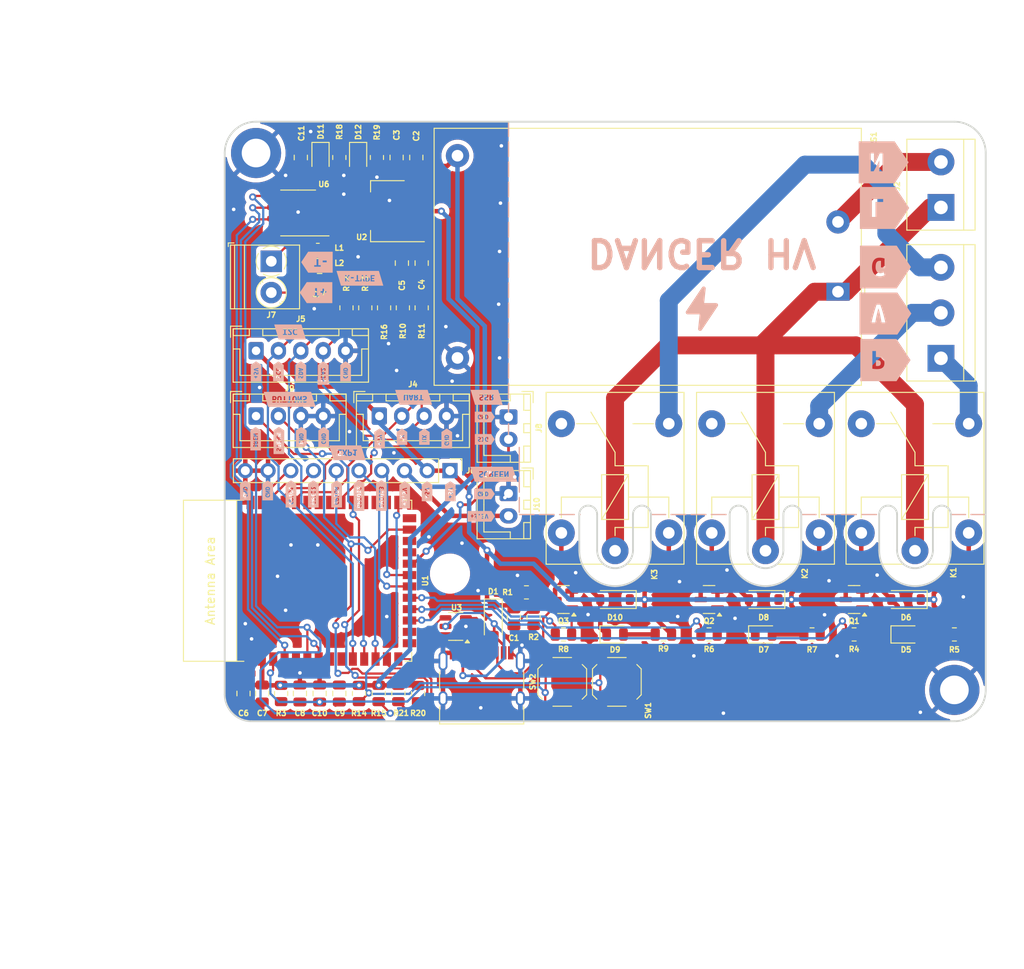
<source format=kicad_pcb>
(kicad_pcb (version 20240108) (generator "pcbnew") (generator_version "8.0")
  (title_block (title "Gaggimate Controller PCB") (date "2024-11-24") (rev "1.0"))
  (layers (0 "F.Cu" signal) (31 "B.Cu" signal) (34 "B.Paste" user) (35 "F.Paste" user) (36 "B.SilkS" user "B.Silkscreen") (37 "F.SilkS" user "F.Silkscreen") (38 "B.Mask" user) (39 "F.Mask" user) (44 "Edge.Cuts" user))
  (net 0 "")
  (net 1 "+5V")
  (net 2 "Net-(D1-A)")
  (net 3 "GND")
  (net 4 "Net-(J1-CC1)")
  (net 5 "/USB_DP")
  (net 7 "Net-(J1-CC2)")
  (net 9 "LINE")
  (net 10 "NEUT")
  (net 11 "/LINE_PUMP")
  (net 12 "/LINE_VALVE")
  (net 13 "/LINE_GRINDER")
  (net 15 "+3.3V")
  (net 16 "/CHIP_PU")
  (net 17 "/SPI_MISO")
  (net 18 "/SPI_MOSI")
  (net 19 "/SPI_CLK")
  (net 20 "/MAX_CS")
  (net 21 "/SCL")
  (net 22 "/SDA")
  (net 23 "/RELAY_PUMP")
  (net 26 "/RELAY_VALVE")
  (net 27 "/RELAY_GRINDER")
  (net 28 "/GPIO12")
  (net 29 "/GPIO13")
  (net 30 "/SSR")
  (net 31 "/GPIO41")
  (net 32 "/GPIO42")
  (net 33 "/GPIO47")
  (net 35 "/BOOT")
  (net 39 "/SDA2")
  (net 40 "/GPIO21")
  (net 41 "/GPIO40")
  (net 42 "/UART_RX0")
  (net 43 "/UART_TX0")
  (net 44 "/GPIO2")
  (net 45 "/GPIO1")
  (net 46 "Net-(D5-A)")
  (net 47 "Net-(D7-A)")
  (net 48 "Net-(D9-A)")
  (net 49 "Net-(D5-K)")
  (net 50 "Net-(D10-A)")
  (net 51 "Net-(Q1-B)")
  (net 52 "Net-(Q2-B)")
  (net 53 "Net-(Q3-B)")
  (net 56 "/USB_DN")
  (net 57 "/GPIO8")
  (net 58 "Net-(J7-Pin_1)")
  (net 59 "Net-(J7-Pin_2)")
  (net 60 "Net-(U6-T+)")
  (net 61 "Net-(U6-T-)")
  (net 62 "Net-(D11-K)")
  (net 63 "Net-(D12-K)")
  (net 64 "Net-(D7-K)")
  (net 65 "/BTN_BREW")
  (net 66 "/BTN_STEAM")
  (net 67 "/GPIO16")
  (net 68 "/GPIO15")
  (net 69 "/USB_UF_DP")
  (net 70 "/USB_UF_DN")
  (footprint "MountingHole:MountingHole_2.5mm" (layer "F.Cu") (at 186.86 76.6)
    (property "Reference" "REF**" (hide yes))
    (property "Value" "MountingHole_2.5mm" (hide yes))
  )
  (footprint "Button_Switch_SMD:SW_SPST_SKQG_WithStem" (layer "F.Cu") (at 205.5 88.7 -90)
    (property "Reference" "SW1")
    (property "Value" "SW_Push" (hide yes))
  )
  (footprint "Connector_JST:JST_XH_B2B-XH-A_1x02_P2.50mm_Vertical" (layer "F.Cu") (at 193.4 67.65 -90)
    (property "Reference" "J10")
    (property "Value" "Conn_01x02" (hide yes))
  )
  (footprint "Capacitor_SMD:C_0805_2012Metric" (layer "F.Cu") (at 180.9 30.1 90)
    (property "Reference" "C3")
    (property "Value" "0.1uF" (hide yes))
  )
  (footprint "Package_TO_SOT_SMD:SOT-23" (layer "F.Cu") (at 199.5375 79.5 180)
    (property "Reference" "Q3")
    (property "Value" "MMBT2222A" (hide yes))
  )
  (footprint "PCM_Espressif:ESP32-S3-WROOM-1" (layer "F.Cu") (at 172.84 77.4 90)
    (property "Reference" "U1")
    (property "Value" "ESP32-S3-WROOM-1" (hide yes))
  )
  (footprint "Relay_THT:Relay_SPDT_Finder_36.11" (layer "F.Cu") (at 238.8 74.05 90)
    (property "Reference" "K1")
    (property "Value" "Relay_SPDT" (hide yes))
  )
  (footprint "Fiducial:Fiducial_0.5mm_Mask1.5mm" (layer "F.Cu") (at 245.2 77.5)
    (property "Reference" "REF**" (hide yes))
    (property "Value" "Fiducial_0.5mm_Mask1.5mm" (hide yes))
  )
  (footprint "Button_Switch_SMD:SW_SPST_SKQG_WithStem" (layer "F.Cu") (at 199.4 88.7 -90)
    (property "Reference" "SW2")
    (property "Value" "SW_Push" (hide yes))
  )
  (footprint "Resistor_SMD:R_0805_2012Metric" (layer "F.Cu") (at 181.6 46.9 -90)
    (property "Reference" "R10")
    (property "Value" "10K" (hide yes))
  )
  (footprint "Resistor_SMD:R_0805_2012Metric" (layer "F.Cu") (at 175.3 46.9 -90)
    (property "Reference" "R12")
    (property "Value" "10K" (hide yes))
  )
  (footprint "LED_SMD:LED_0805_2012Metric" (layer "F.Cu") (at 176.6 30.1 -90)
    (property "Reference" "D12")
    (property "Value" "LED" (hide yes))
  )
  (footprint "LED_SMD:LED_0805_2012Metric" (layer "F.Cu") (at 237.8 83.4)
    (property "Reference" "D5")
    (property "Value" "LED" (hide yes))
  )
  (footprint "Capacitor_SMD:C_0805_2012Metric" (layer "F.Cu") (at 170.2 30.1 90)
    (property "Reference" "C11")
    (property "Value" "1uF" (hide yes))
  )
  (footprint "Connector_JST:JST_XH_B4B-XH-A_1x04_P2.50mm_Vertical" (layer "F.Cu") (at 165.2 59)
    (property "Reference" "J9")
    (property "Value" "Conn_01x04" (hide yes))
  )
  (footprint "Package_TO_SOT_SMD:SOT-23-6" (layer "F.Cu") (at 187.5 82.5 180)
    (property "Reference" "U3")
    (property "Value" "USBLC6-2SC6" (hide yes))
  )
  (footprint "TerminalBlock:TerminalBlock_bornier-3_P5.08mm" (layer "F.Cu") (at 241.7 52.54 90)
    (property "Reference" "J3")
    (property "Value" "Conn_01x03" (hide yes))
  )
  (footprint "Relay_THT:Relay_SPDT_Finder_36.11" (layer "F.Cu") (at 205.3 74.05 90)
    (property "Reference" "K3")
    (property "Value" "Relay_SPDT" (hide yes))
  )
  (footprint "Fiducial:Fiducial_0.5mm_Mask1.5mm" (layer "F.Cu") (at 179.5 40.9)
    (property "Reference" "REF**" (hide yes))
    (property "Value" "Fiducial_0.5mm_Mask1.5mm" (hide yes))
  )
  (footprint "Connector_JST:JST_XH_B5B-XH-A_1x05_P2.50mm_Vertical" (layer "F.Cu") (at 165.2 51.7)
    (property "Reference" "J5")
    (property "Value" "Conn_01x05" (hide yes))
  )
  (footprint "Resistor_SMD:R_0805_2012Metric" (layer "F.Cu") (at 210.7 83.4)
    (property "Reference" "R9")
    (property "Value" "150R" (hide yes))
  )
  (footprint "Package_TO_SOT_SMD:SOT-23" (layer "F.Cu") (at 215.8 79.5 180)
    (property "Reference" "Q2")
    (property "Value" "MMBT2222A" (hide yes))
  )
  (footprint "MountingHole:MountingHole_3.2mm_M3_DIN965_Pad_TopBottom" (layer "F.Cu") (at 165.2 29.6)
    (property "Reference" "H1" (hide yes))
    (property "Value" "MountingHole_Pad" (hide yes))
  )
  (footprint "Diode_SMD:D_SOD-123" (layer "F.Cu") (at 191.7 81.8 -90)
    (property "Reference" "D1")
    (property "Value" "1N5819" (hide yes))
  )
  (footprint "Capacitor_SMD:C_0805_2012Metric" (layer "F.Cu") (at 174.5 90 90)
    (property "Reference" "C9")
    (property "Value" "0.1uF" (hide yes))
  )
  (footprint "Resistor_SMD:R_0805_2012Metric" (layer "F.Cu") (at 178.7 30.1 -90)
    (property "Reference" "R19")
    (property "Value" "150R" (hide yes))
  )
  (footprint "Resistor_SMD:R_0805_2012Metric" (layer "F.Cu") (at 227.3 83.4)
    (property "Reference" "R7")
    (property "Value" "150R" (hide yes))
  )
  (footprint "Fiducial:Fiducial_0.5mm_Mask1.5mm" (layer "F.Cu") (at 163 33.6)
    (property "Reference" "REF**" (hide yes))
    (property "Value" "Fiducial_0.5mm_Mask1.5mm" (hide yes))
  )
  (footprint "Resistor_SMD:R_0805_2012Metric" (layer "F.Cu") (at 232 83.4 180)
    (property "Reference" "R4")
    (property "Value" "1K" (hide yes))
  )
  (footprint "Resistor_SMD:R_0805_2012Metric" (layer "F.Cu") (at 199.5375 83.4 180)
    (property "Reference" "R8")
    (property "Value" "1K" (hide yes))
  )
  (footprint "Resistor_SMD:R_0805_2012Metric" (layer "F.Cu") (at 178.9 90 -90)
    (property "Reference" "R15")
    (property "Value" "10K" (hide yes))
  )
  (footprint "TerminalBlock_Phoenix:TerminalBlock_Phoenix_PT-1,5-2-3.5-H_1x02_P3.50mm_Horizontal" (layer "F.Cu") (at 166.9 41.7 -90)
    (property "Reference" "J7")
    (property "Value" "Conn_01x02" (hide yes))
  )
  (footprint "Diode_SMD:D_SOD-123" (layer "F.Cu") (at 221.9 79.5 180)
    (property "Reference" "D8")
    (property "Value" "1N4148W" (hide yes))
  )
  (footprint "Package_SO:SOIC-8_3.9x4.9mm_P1.27mm" (layer "F.Cu") (at 169.9 36.3 180)
    (property "Reference" "U6")
    (property "Value" "MAX31855EASA" (hide yes))
  )
  (footprint "Connector_JST:JST_XH_B4B-XH-A_1x04_P2.50mm_Vertical" (layer "F.Cu") (at 178.97 59)
    (property "Reference" "J4")
    (property "Value" "Conn_01x04" (hide yes))
  )
  (footprint "Resistor_SMD:R_0805_2012Metric" (layer "F.Cu") (at 176.7 90 -90)
    (property "Reference" "R14")
    (property "Value" "10K" (hide yes))
  )
  (footprint "LED_SMD:LED_0805_2012Metric" (layer "F.Cu") (at 172.4 30.1 -90)
    (property "Reference" "D11")
    (property "Value" "LED" (hide yes))
  )
  (footprint "Capacitor_SMD:C_0805_2012Metric" (layer "F.Cu") (at 172.3 90 90)
    (property "Reference" "C10")
    (property "Value" "0.1uF" (hide yes))
  )
  (footprint "MountingHole:MountingHole_3.2mm_M3_DIN965_Pad_TopBottom" (layer "F.Cu") (at 243.2 89.6)
    (property "Reference" "H1" (hide yes))
    (property "Value" "MountingHole_Pad" (hide yes))
  )
  (footprint "Package_TO_SOT_SMD:SOT-23" (layer "F.Cu") (at 232 79.5 180)
    (property "Reference" "Q1")
    (property "Value" "MMBT2222A" (hide yes))
  )
  (footprint "Resistor_SMD:R_0805_2012Metric" (layer "F.Cu") (at 215.8 83.4 180)
    (property "Reference" "R6")
    (property "Value" "1K" (hide yes))
  )
  (footprint "Capacitor_SMD:C_0805_2012Metric" (layer "F.Cu") (at 194 81.5 -90)
    (property "Reference" "C1")
    (property "Value" "10uF" (hide yes))
  )
  (footprint "Diode_SMD:D_SOD-123" (layer "F.Cu") (at 205.3 79.5 180)
    (property "Reference" "D10")
    (property "Value" "1N4148W" (hide yes))
  )
  (footprint "Connector_USB:USB_C_Receptacle_HRO_TYPE-C-31-M-12" (layer "F.Cu") (at 190.4 89.5)
    (property "Reference" "J1" (hide yes))
    (property "Value" "USB_C_Receptacle" (hide yes))
  )
  (footprint "Capacitor_SMD:C_0805_2012Metric" (layer "F.Cu") (at 163.8 90 -90)
    (property "Reference" "C6")
    (property "Value" "10uF" (hide yes))
  )
  (footprint "Resistor_SMD:R_0805_2012Metric" (layer "F.Cu") (at 177.4 46.9 -90)
    (property "Reference" "R13")
    (property "Value" "10K" (hide yes))
  )
  (footprint "Converter_ACDC:Converter_ACDC_HiLink_HLK-10Mxx" (layer "F.Cu") (at 230.2 45.1 180)
    (property "Reference" "PS1")
    (property "Value" "HLK-10M05" (hide yes))
  )
  (footprint "Capacitor_SMD:C_0805_2012Metric" (layer "F.Cu") (at 183.7 41.9 -90)
    (property "Reference" "C4")
    (property "Value" "22uF" (hide yes))
  )
  (footprint "Resistor_SMD:R_0805_2012Metric" (layer "F.Cu") (at 195.4 78.7)
    (property "Reference" "R1")
    (property "Value" "5.1K" (hide yes))
  )
  (footprint "Inductor_SMD:L_0603_1608Metric" (layer "F.Cu") (at 172.1 41.9)
    (property "Reference" "L2")
    (property "Value" "470R" (hide yes))
  )
  (footprint "Resistor_SMD:R_0805_2012Metric" (layer "F.Cu") (at 183.7 46.9 -90)
    (property "Reference" "R11")
    (property "Value" "10K" (hide yes))
  )
  (footprint "Resistor_SMD:R_0805_2012Metric" (layer "F.Cu") (at 179.5 46.9 -90)
    (property "Reference" "R16")
    (property "Value" "10K" (hide yes))
  )
  (footprint "Connector_JST:JST_XH_B2B-XH-A_1x02_P2.50mm_Vertical" (layer "F.Cu") (at 193.4 59.1 -90)
    (property "Reference" "J8")
    (property "Value" "Conn_01x02" (hide yes))
  )
  (footprint "Resistor_SMD:R_0805_2012Metric" (layer "F.Cu") (at 181.1 90 -90)
    (property "Reference" "R21")
    (property "Value" "10K" (hide yes))
  )
  (footprint "Resistor_SMD:R_0805_2012Metric" (layer "F.Cu") (at 183.3 90.0125 -90)
    (property "Reference" "R20")
    (property "Value" "10K" (hide yes))
  )
  (footprint "Resistor_SMD:R_0805_2012Metric" (layer "F.Cu") (at 196.2 81.5 -90)
    (property "Reference" "R2")
    (property "Value" "5.1K" (hide yes))
  )
  (footprint "Connector_PinHeader_2.54mm:PinHeader_1x10_P2.54mm_Vertical" (layer "F.Cu") (at 186.86 65.1 -90)
    (property "Reference" "J6")
    (property "Value" "Conn_01x10" (hide yes))
  )
  (footprint "Capacitor_SMD:C_0805_2012Metric" (layer "F.Cu") (at 183.1 30.1 90)
    (property "Reference" "C2")
    (property "Value" "10uF" (hide yes))
  )
  (footprint "Capacitor_SMD:C_0805_2012Metric" (layer "F.Cu") (at 170.1 90 90)
    (property "Reference" "C8")
    (property "Value" "1uF" (hide yes))
  )
  (footprint "LED_SMD:LED_0805_2012Metric" (layer "F.Cu") (at 221.9 83.4)
    (property "Reference" "D7")
    (property "Value" "LED" (hide yes))
  )
  (footprint "TerminalBlock:TerminalBlock_bornier-2_P5.08mm" (layer "F.Cu") (at 241.7 35.68 90)
    (property "Reference" "J2")
    (property "Value" "Conn_01x02" (hide yes))
  )
  (footprint "Capacitor_SMD:C_0805_2012Metric" (layer "F.Cu") (at 181.49 41.9 -90)
    (property "Reference" "C5")
    (property "Value" "0.1uF" (hide yes))
  )
  (footprint "Capacitor_SMD:C_0805_2012Metric" (layer "F.Cu") (at 165.89 90 -90)
    (property "Reference" "C7")
    (property "Value" "0.1uF" (hide yes))
  )
  (footprint "Package_TO_SOT_SMD:SOT-223-3_TabPin2" (layer "F.Cu") (at 179.9 36.1 180)
    (property "Reference" "U2")
    (property "Value" "AMS1117-3.3" (hide yes))
  )
  (footprint "Resistor_SMD:R_0805_2012Metric" (layer "F.Cu") (at 243.2 83.4)
    (property "Reference" "R5")
    (property "Value" "150R" (hide yes))
  )
  (footprint "Relay_THT:Relay_SPDT_Finder_36.11" (layer "F.Cu") (at 222.1 74.05 90)
    (property "Reference" "K2")
    (property "Value" "Relay_SPDT" (hide yes))
  )
  (footprint "LED_SMD:LED_0805_2012Metric" (layer "F.Cu") (at 205.3 83.4)
    (property "Reference" "D9")
    (property "Value" "LED" (hide yes))
  )
  (footprint "Resistor_SMD:R_0805_2012Metric" (layer "F.Cu") (at 168 90 -90)
    (property "Reference" "R3")
    (property "Value" "10K" (hide yes))
  )
  (footprint "Diode_SMD:D_SOD-123" (layer "F.Cu") (at 237.8 79.5 180)
    (property "Reference" "D6")
    (property "Value" "1N4148W" (hide yes))
  )
  (footprint "Inductor_SMD:L_0603_1608Metric" (layer "F.Cu") (at 172.1 40.2)
    (property "Reference" "L1")
    (property "Value" "470R" (hide yes))
  )
  (footprint "Resistor_SMD:R_0805_2012Metric" (layer "F.Cu") (at 174.5 30.1 -90)
    (property "Reference" "R18")
    (property "Value" "68R" (hide yes))
  )
  (footprint "Capacitor_SMD:C_0805_2012Metric" (layer "F.Cu") (at 172.3 43.8)
    (property "Reference" "C14")
    (property "Value" "10nF" (hide yes))
  )
  (footprint "kibuzzard-6732266F" (layer "B.Cu") (at 169.1 67.7 90)
    (property "Reference" "kibuzzard-6732266F" (hide yes))
    (property "Value" "G***" (hide yes))
  )
  (footprint "kibuzzard-67322650" (layer "B.Cu") (at 186.9 67.4 90)
    (property "Reference" "kibuzzard-67322650" (hide yes))
    (property "Value" "G***" (hide yes))
  )
  (footprint "kibuzzard-67322749" (layer "B.Cu") (at 191.75 65.5)
    (property "Reference" "kibuzzard-67322749" (hide yes))
    (property "Value" "G***" (hide yes))
  )
  (footprint "kibuzzard-67322796" (layer "B.Cu") (at 235.5 42.34)
    (property "Reference" "kibuzzard-67322796" (hide yes))
    (property "Value" "G***" (hide yes))
  )
  (footprint "kibuzzard-6735A9FB" (layer "B.Cu") (at 235.3 30.64)
    (property "Reference" "kibuzzard-6735A9FB" (hide yes))
    (property "Value" "G***" (hide yes))
  )
  (footprint "kibuzzard-67322681" (layer "B.Cu") (at 171.6 67.7 90)
    (property "Reference" "kibuzzard-67322681" (hide yes))
    (property "Value" "G***" (hide yes))
  )
  (footprint "kibuzzard-6732279D" (layer "B.Cu") (at 235.5 52.74)
    (property "Reference" "kibuzzard-6732279D" (hide yes))
    (property "Value" "G***" (hide yes))
  )
  (footprint "kibuzzard-67322755" (layer "B.Cu") (at 169 49.6)
    (property "Reference" "kibuzzard-67322755" (hide yes))
    (property "Value" "G***" (hide yes))
  )
  (footprint "kibuzzard-6735A9F6" (layer "B.Cu") (at 235.4 35.74)
    (property "Reference" "kibuzzard-6735A9F6" (hide yes))
    (property "Value" "G***" (hide yes))
  )
  (footprint "kibuzzard-673226D2" (layer "B.Cu") (at 190.75 61.6)
    (property "Reference" "kibuzzard-673226D2" (hide yes))
    (property "Value" "G***" (hide yes))
  )
  (footprint "kibuzzard-67322649" (layer "B.Cu") (at 166.5 67.3 90)
    (property "Reference" "kibuzzard-67322649" (hide yes))
    (property "Value" "G***" (hide yes))
  )
  (footprint "kibuzzard-6732270D" (layer "B.Cu") (at 181.5 61.3 90)
    (property "Reference" "kibuzzard-6732270D" (hide yes))
    (property "Value" "G***" (hide yes))
  )
  (footprint "kibuzzard-67322649" (layer "B.Cu") (at 172.75 61.325 90)
    (property "Reference" "kibuzzard-67322649" (hide yes))
    (property "Value" "G***" (hide yes))
  )
  (footprint "kibuzzard-673226BE" (layer "B.Cu") (at 167.75 61.725 90)
    (property "Reference" "kibuzzard-673226BE" (hide yes))
    (property "Value" "G***" (hide yes))
  )
  (footprint "kibuzzard-67322833" (layer "B.Cu") (at 190.95 56.9)
    (property "Reference" "kibuzzard-67322833" (hide yes))
    (property "Value" "G***" (hide yes))
  )
  (footprint "kibuzzard-67426AC2" (layer "B.Cu") (at 172.7 54.2 90)
    (property "Reference" "kibuzzard-67426AC2" (hide yes))
    (property "Value" "G***" (hide yes))
  )
  (footprint "kibuzzard-67322650" (layer "B.Cu") (at 165.2 54 90)
    (property "Reference" "kibuzzard-67322650" (hide yes))
    (property "Value" "G***" (hide yes))
  )
  (footprint "kibuzzard-67322650" (layer "B.Cu") (at 184.3 67.4 90)
    (property "Reference" "kibuzzard-67322650" (hide yes))
    (property "Value" "G***" (hide yes))
  )
  (footprint "kibuzzard-6732277B" (layer "B.Cu") (at 175.4 63.1)
    (property "Reference" "kibuzzard-6732277B" (hide yes))
    (property "Value" "G***" (hide yes))
  )
  (footprint "kibuzzard-67322649" (layer "B.Cu") (at 164 67.3 90)
    (property "Reference" "kibuzzard-67322649" (hide yes))
    (property "Value" "G***" (hide yes))
  )
  (footprint "kibuzzard-67322783" (layer "B.Cu") (at 176.8 43.6)
    (property "Reference" "kibuzzard-67322783" (hide yes))
    (property "Value" "G***" (hide yes))
  )
  (footprint "kibuzzard-67322575" (layer "B.Cu") (at 172 41.8)
    (property "Reference" "kibuzzard-67322575" (hide yes))
    (property "Value" "G***" (hide yes))
  )
  (footprint "kibuzzard-673226A8" (layer "B.Cu") (at 179.2 67.870338 90)
    (property "Reference" "kibuzzard-673226A8" (hide yes))
    (property "Value" "G***" (hide yes))
  )
  (footprint "kibuzzard-67322649" (layer "B.Cu") (at 190.75 59.1)
    (property "Reference" "kibuzzard-67322649" (hide yes))
    (property "Value" "G***" (hide yes))
  )
  (footprint "kibuzzard-67322686" (layer "B.Cu") (at 174.2 67.7 90)
    (property "Reference" "kibuzzard-67322686" (hide yes))
    (property "Value" "G***" (hide yes))
  )
  (footprint "kibuzzard-67322649" (layer "B.Cu") (at 186.5 61.5 90)
    (property "Reference" "kibuzzard-67322649" (hide yes))
    (property "Value" "G***" (hide yes))
  )
  (footprint "kibuzzard-673226A0" (layer "B.Cu") (at 176.7 67.870338 90)
    (property "Reference" "kibuzzard-673226A0" (hide yes))
    (property "Value" "G***" (hide yes))
  )
  (footprint "kibuzzard-67322714" (layer "B.Cu") (at 184 61.3 90)
    (property "Reference" "kibuzzard-67322714" (hide yes))
    (property "Value" "G***" (hide yes))
  )
  (footprint "kibuzzard-67322649" (layer "B.Cu") (at 190.75 67.7)
    (property "Reference" "kibuzzard-67322649" (hide yes))
    (property "Value" "G***" (hide yes))
  )
  (footprint "kibuzzard-67322768" (layer "B.Cu") (at 168.95 57.125)
    (property "Reference" "kibuzzard-67322768" (hide yes))
    (property "Value" "G***" (hide yes))
  )
  (footprint "kibuzzard-6732257B" (layer "B.Cu") (at 171.9 45.2)
    (property "Reference" "kibuzzard-6732257B" (hide yes))
    (property "Value" "G***" (hide yes))
  )
  (footprint "kibuzzard-673226B7" (layer "B.Cu") (at 165.15 61.525 90)
    (property "Reference" "kibuzzard-673226B7" (hide yes))
    (property "Value" "G***" (hide yes))
  )
  (footprint "kibuzzard-673226AF" (layer "B.Cu") (at 190.35 70.2)
    (property "Reference" "kibuzzard-673226AF" (hide yes))
    (property "Value" "G***" (hide yes))
  )
  (footprint "kibuzzard-673226AF" (layer "B.Cu") (at 181.8 67.8 90)
    (property "Reference" "kibuzzard-673226AF" (hide yes))
    (property "Value" "G***" (hide yes))
  )
  (footprint "kibuzzard-6732261A" (layer "B.Cu") (at 167.7 54 90)
    (property "Reference" "kibuzzard-6732261A" (hide yes))
    (property "Value" "G***" (hide yes))
  )
  (footprint "kibuzzard-6732274F" (layer "B.Cu") (at 182.8 56.9)
    (property "Reference" "kibuzzard-6732274F" (hide yes))
    (property "Value" "G***" (hide yes))
  )
  (footprint "kibuzzard-67322655" (layer "B.Cu") (at 170.2 54 90)
    (property "Reference" "kibuzzard-67322655" (hide yes))
    (property "Value" "G***" (hide yes))
  )
  (footprint "kibuzzard-67322649" (layer "B.Cu") (at 175.2 54 90)
    (property "Reference" "kibuzzard-67322649" (hide yes))
    (property "Value" "G***" (hide yes))
  )
  (footprint "kibuzzard-67322650" (layer "B.Cu") (at 179 61.5 90)
    (property "Reference" "kibuzzard-67322650" (hide yes))
    (property "Value" "G***" (hide yes))
  )
  (footprint "kibuzzard-6732278E" (layer "B.Cu") (at 235.5 47.54)
    (property "Reference" "kibuzzard-6732278E" (hide yes))
    (property "Value" "G***" (hide yes))
  )
  (footprint "kibuzzard-67322649" (layer "B.Cu") (at 170.25 61.325 90)
    (property "Reference" "kibuzzard-67322649" (hide yes))
    (property "Value" "G***" (hide yes))
  )
  (gr_line (start 194.6 62.5) (end 194.6 63.6) (stroke (width 0.15) (type dash)) (layer "B.SilkS"))
  (gr_line (start 194.6 63.6) (end 194.6 70) (stroke (width 0.15) (type dash)) (layer "B.SilkS"))
  (gr_line (start 193.4 26.1) (end 193.4 61.7) (stroke (width 0.15) (type dash)) (layer "B.SilkS"))
  (gr_line (start 194.6 70) (end 201.4 70) (stroke (width 0.15) (type dash)) (layer "B.SilkS"))
  (gr_line (start 209.3 70) (end 218.1 70) (stroke (width 0.15) (type dash)) (layer "B.SilkS"))
  (gr_poly (pts (xy 214.787159 49.483257) (xy 214.777837 49.482558) (xy 214.768515 49.481466) (xy 214.759203 49.479979) (xy 214.749914 49.478092) (xy 214.740658 49.475802) (xy 214.731447 49.473105) (xy 214.722292 49.469998) (xy 214.71364 49.466583) (xy 214.705191 49.462842) (xy 214.696951 49.458786) (xy 214.688927 49.454422) (xy 214.681124 49.44976) (xy 214.673548 49.444808) (xy 214.666205 49.439577) (xy 214.659101 49.434074) (xy 214.652242 49.42831) (xy 214.645633 49.422292) (xy 214.63928 49.416031) (xy 214.63319 49.409535) (xy 214.627368 49.402813) (xy 214.621821 49.395874) (xy 214.616553 49.388727) (xy 214.611571 49.381382) (xy 214.606881 49.373847) (xy 214.602488 49.366132) (xy 214.598399 49.358245) (xy 214.594619 49.350195) (xy 214.591155 49.341992) (xy 214.588012 49.333645) (xy 214.585196 49.325162) (xy 214.582712 49.316553) (xy 214.580568 49.307827) (xy 214.578768 49.298992) (xy 214.577319 49.290059) (xy 214.576226 49.281035) (xy 214.575496 49.27193) (xy 214.575133 49.262753) (xy 214.575145 49.253514) (xy 214.575537 49.24422) (xy 214.749386 47.632166) (xy 213.419554 47.632166) (xy 213.403969 47.631653) (xy 213.388587 47.630085) (xy 213.373454 47.627488) (xy 213.358616 47.623889) (xy 213.344116 47.619316) (xy 213.33 47.613796) (xy 213.316313 47.607355) (xy 213.303101 47.600021) (xy 213.290409 47.591821) (xy 213.278281 47.582782) (xy 213.266762 47.572931) (xy 213.255898 47.562294) (xy 213.245734 47.5509) (xy 213.236315 47.538774) (xy 213.227686 47.525945) (xy 213.219892 47.512438) (xy 213.213046 47.498428) (xy 213.207227 47.484103) (xy 213.202434 47.469516) (xy 213.198663 47.45472) (xy 213.195912 47.439767) (xy 213.194178 47.42471) (xy 213.193458 47.409601) (xy 213.19375 47.394493) (xy 213.19505 47.379438) (xy 213.197356 47.364488) (xy 213.200665 47.349697) (xy 213.204974 47.335117) (xy 213.210281 47.3208) (xy 213.216582 47.306798) (xy 213.223876 47.293165) (xy 213.232159 47.279953) (xy 215.013546 44.615775) (xy 215.021756 44.604405) (xy 215.030592 44.593638) (xy 215.040021 44.583493) (xy 215.050007 44.573988) (xy 215.060518 44.565141) (xy 215.071518 44.556971) (xy 215.082974 44.549494) (xy 215.094852 44.54273) (xy 215.107116 44.536696) (xy 215.119734 44.531411) (xy 215.132671 44.526892) (xy 215.145892 44.523158) (xy 215.159364 44.520227) (xy 215.173052 44.518117) (xy 215.186923 44.516847) (xy 215.200941 44.516433) (xy 215.205847 44.516492) (xy 215.210747 44.516658) (xy 215.215638 44.51693) (xy 215.220519 44.517307) (xy 215.225389 44.51779) (xy 215.230246 44.518378) (xy 215.235087 44.519071) (xy 215.239912 44.519869) (xy 215.244719 44.520771) (xy 215.249505 44.521777) (xy 215.254269 44.522886) (xy 215.259011 44.5241) (xy 215.263726 44.525416) (xy 215.268415 44.526835) (xy 215.273075 44.528356) (xy 215.277705 44.52998) (xy 215.286755 44.533514) (xy 215.29558 44.537401) (xy 215.304176 44.541632) (xy 215.312534 44.546196) (xy 215.32065 44.551082) (xy 215.328516 44.556281) (xy 215.336127 44.561781) (xy 215.343475 44.567573) (xy 215.350554 44.573645) (xy 215.357359 44.579989) (xy 215.363882 44.586593) (xy 215.370117 44.593447) (xy 215.376057 44.60054) (xy 215.381697 44.607863) (xy 215.38703 44.615404) (xy 215.392048 44.623154) (xy 215.396747 44.631102) (xy 215.40112 44.639238) (xy 215.405159 44.647551) (xy 215.40886 44.656031) (xy 215.412214 44.664668) (xy 215.415217 44.673451) (xy 215.41786 44.68237) (xy 215.420139 44.691415) (xy 215.422047 44.700575) (xy 215.423576 44.709839) (xy 215.424722 44.719198) (xy 215.425477 44.728641) (xy 215.425834 44.738158) (xy 215.425789 44.747738) (xy 215.425333 44.757371) (xy 215.424461 44.767047) (xy 215.250612 46.367811) (xy 216.580443 46.367811) (xy 216.596029 46.368324) (xy 216.61141 46.369893) (xy 216.626543 46.37249) (xy 216.641382 46.376089) (xy 216.655882 46.380661) (xy 216.669998 46.386182) (xy 216.683684 46.392622) (xy 216.696896 46.399956) (xy 216.709589 46.408156) (xy 216.721717 46.417195) (xy 216.733235 46.427047) (xy 216.744099 46.437683) (xy 216.754263 46.449078) (xy 216.763682 46.461203) (xy 216.772311 46.474033) (xy 216.780105 46.487539) (xy 216.786952 46.50155) (xy 216.79277 46.515875) (xy 216.797563 46.530461) (xy 216.801334 46.545257) (xy 216.804085 46.56021) (xy 216.805819 46.575268) (xy 216.806539 46.590377) (xy 216.806248 46.605485) (xy 216.804948 46.62054) (xy 216.802642 46.635489) (xy 216.799333 46.65028) (xy 216.795024 46.664861) (xy 216.789717 46.679178) (xy 216.783415 46.693179) (xy 216.776122 46.706812) (xy 216.767839 46.720024) (xy 214.986452 49.384202) (xy 214.98087 49.392096) (xy 214.975002 49.39969) (xy 214.968858 49.406982) (xy 214.96245 49.413967) (xy 214.955789 49.420642) (xy 214.948887 49.427003) (xy 214.941756 49.433046) (xy 214.934406 49.438768) (xy 214.92685 49.444164) (xy 214.919098 49.449232) (xy 214.911162 49.453967) (xy 214.903054 49.458366) (xy 214.894785 49.462425) (xy 214.886366 49.46614) (xy 214.877809 49.469508) (xy 214.869125 49.472524) (xy 214.860326 49.475186) (xy 214.851424 49.477489) (xy 214.842428 49.479429) (xy 214.833352 49.481004) (xy 214.824207 49.482209) (xy 214.815003 49.483041) (xy 214.805753 49.483495) (xy 214.796468 49.483568)) (stroke (width -0.000001)) (fill solid) (layer "B.SilkS"))
  (gr_line (start 226.1 70) (end 234.8 70) (stroke (width 0.15) (type dash)) (layer "B.SilkS"))
  (gr_line (start 242.8 70) (end 246.7 70) (stroke (width 0.15) (type dash)) (layer "B.SilkS"))
  (gr_arc (start 234.8 70) (mid 235.092893 69.292893) (end 235.8 69) (stroke (width 0.2)) (layer "Edge.Cuts"))
  (gr_arc (start 207.3 74) (mid 205.3 76) (end 203.3 74) (stroke (width 0.2)) (layer "Edge.Cuts"))
  (gr_line (start 218.1 70) (end 218.1 74) (stroke (width 0.2)) (layer "Edge.Cuts"))
  (gr_arc (start 246.7 89.6) (mid 245.674874 92.074873) (end 243.2 93.1) (stroke (width 0.2)) (layer "Edge.Cuts"))
  (gr_arc (start 241.8 69) (mid 242.507107 69.292893) (end 242.8 70) (stroke (width 0.2)) (layer "Edge.Cuts"))
  (gr_arc (start 207.3 70) (mid 207.592893 69.292893) (end 208.3 69) (stroke (width 0.2)) (layer "Edge.Cuts"))
  (gr_line (start 161.7 29.6) (end 161.7 90.1) (stroke (width 0.2)) (layer "Edge.Cuts"))
  (gr_line (start 220.1 74) (end 220.1 70) (stroke (width 0.2)) (layer "Edge.Cuts"))
  (gr_arc (start 164.7 93.1) (mid 162.578679 92.221321) (end 161.7 90.1) (stroke (width 0.2)) (layer "Edge.Cuts"))
  (gr_arc (start 202.3 69) (mid 203.007107 69.292893) (end 203.3 70) (stroke (width 0.2)) (layer "Edge.Cuts"))
  (gr_arc (start 240.8 74) (mid 238.8 76) (end 236.8 74) (stroke (width 0.2)) (layer "Edge.Cuts"))
  (gr_arc (start 201.3 70) (mid 201.592893 69.292893) (end 202.3 69) (stroke (width 0.2)) (layer "Edge.Cuts"))
  (gr_arc (start 226.1 74) (mid 224.928427 76.828427) (end 222.1 78) (stroke (width 0.2)) (layer "Edge.Cuts"))
  (gr_line (start 201.3 70) (end 201.3 74) (stroke (width 0.2)) (layer "Edge.Cuts"))
  (gr_line (start 207.3 74) (end 207.3 70) (stroke (width 0.2)) (layer "Edge.Cuts"))
  (gr_line (start 209.3 74) (end 209.3 70) (stroke (width 0.2)) (layer "Edge.Cuts"))
  (gr_arc (start 205.3 78) (mid 202.471573 76.828427) (end 201.3 74) (stroke (width 0.2)) (layer "Edge.Cuts"))
  (gr_arc (start 222.1 78) (mid 219.271573 76.828427) (end 218.1 74) (stroke (width 0.2)) (layer "Edge.Cuts"))
  (gr_line (start 236.8 74) (end 236.8 70) (stroke (width 0.2)) (layer "Edge.Cuts"))
  (gr_arc (start 242.8 74) (mid 241.628427 76.828427) (end 238.8 78) (stroke (width 0.2)) (layer "Edge.Cuts"))
  (gr_arc (start 238.8 78) (mid 235.971573 76.828427) (end 234.8 74) (stroke (width 0.2)) (layer "Edge.Cuts"))
  (gr_line (start 246.7 89.6) (end 246.7 29.6) (stroke (width 0.2)) (layer "Edge.Cuts"))
  (gr_arc (start 209.3 74) (mid 208.128427 76.828427) (end 205.3 78) (stroke (width 0.2)) (layer "Edge.Cuts"))
  (gr_line (start 240.8 74) (end 240.8 70) (stroke (width 0.2)) (layer "Edge.Cuts"))
  (gr_arc (start 240.8 70) (mid 241.092893 69.292893) (end 241.8 69) (stroke (width 0.2)) (layer "Edge.Cuts"))
  (gr_line (start 164.7 93.1) (end 243.2 93.1) (stroke (width 0.2)) (layer "Edge.Cuts"))
  (gr_arc (start 243.2 26.1) (mid 245.674873 27.125126) (end 246.7 29.6) (stroke (width 0.2)) (layer "Edge.Cuts"))
  (gr_arc (start 208.3 69) (mid 209.007107 69.292893) (end 209.3 70) (stroke (width 0.2)) (layer "Edge.Cuts"))
  (gr_line (start 203.3 74) (end 203.3 70) (stroke (width 0.2)) (layer "Edge.Cuts"))
  (gr_arc (start 235.8 69) (mid 236.507107 69.292893) (end 236.8 70) (stroke (width 0.2)) (layer "Edge.Cuts"))
  (gr_arc (start 219.1 69) (mid 219.807107 69.292893) (end 220.1 70) (stroke (width 0.2)) (layer "Edge.Cuts"))
  (gr_arc (start 224.1 74) (mid 222.1 76) (end 220.1 74) (stroke (width 0.2)) (layer "Edge.Cuts"))
  (gr_line (start 242.8 74) (end 242.8 70) (stroke (width 0.2)) (layer "Edge.Cuts"))
  (gr_arc (start 224.1 70) (mid 224.392893 69.292893) (end 225.1 69) (stroke (width 0.2)) (layer "Edge.Cuts"))
  (gr_line (start 224.1 74) (end 224.1 70) (stroke (width 0.2)) (layer "Edge.Cuts"))
  (gr_line (start 226.1 74) (end 226.1 70) (stroke (width 0.2)) (layer "Edge.Cuts"))
  (gr_arc (start 218.1 70) (mid 218.392893 69.292893) (end 219.1 69) (stroke (width 0.2)) (layer "Edge.Cuts"))
  (gr_arc (start 225.1 69) (mid 225.807107 69.292893) (end 226.1 70) (stroke (width 0.2)) (layer "Edge.Cuts"))
  (gr_arc (start 161.7 29.6) (mid 162.725126 27.125127) (end 165.2 26.1) (stroke (width 0.2)) (layer "Edge.Cuts"))
  (gr_line (start 243.2 26.1) (end 165.2 26.1) (stroke (width 0.2)) (layer "Edge.Cuts"))
  (gr_line (start 234.8 70) (end 234.8 74) (stroke (width 0.2)) (layer "Edge.Cuts"))
  (gr_text "DANGER HV" (at 215 39 180) (layer "B.SilkS") (effects (font (size 3 3) (thickness 0.6) (bold yes)) (justify bottom mirror)))
  (segment (start 177.3 33.4) (end 180.5 33.4) (width 0.5) (layer "F.Cu") (net 1))
  (segment (start 206.95 79.5) (end 208.6 79.5) (width 0.5) (layer "F.Cu") (net 1))
  (segment (start 211.3 75.9125) (end 211.3 72.05) (width 0.5) (layer "F.Cu") (net 1))
  (segment (start 178.97 59) (end 175.67 55.7) (width 0.5) (layer "F.Cu") (net 1))
  (segment (start 189 68) (end 189 67.24) (width 0.5) (layer "F.Cu") (net 1))
  (segment (start 180.5 33.4) (end 180.9 33) (width 0.5) (layer "F.Cu") (net 1))
  (segment (start 223.55 79.5) (end 225 79.5) (width 0.5) (layer "F.Cu") (net 1))
  (segment (start 225 79.5) (end 225 80.1875) (width 0.5) (layer "F.Cu") (net 1))
  (segment (start 225 79.5) (end 225 78.8125) (width 0.5) (layer "F.Cu") (net 1))
  (segment (start 176.6 31.0375) (end 176.6 32.7) (width 0.5) (layer "F.Cu") (net 1))
  (segment (start 208.6 79.5) (end 208.6 78.6125) (width 0.5) (layer "F.Cu") (net 1))
  (segment (start 183.1 31.05) (end 186.55 31.05) (width 0.5) (layer "F.Cu") (net 1))
  (segment (start 175.67 55.7) (end 169.2 55.7) (width 0.5) (layer "F.Cu") (net 1))
  (segment (start 180.9 31.05) (end 183.1 31.05) (width 0.5) (layer "F.Cu") (net 1))
  (segment (start 189 67.24) (end 186.86 65.1) (width 0.5) (layer "F.Cu") (net 1))
  (segment (start 240.9 78.8125) (end 244.8 74.9125) (width 0.5) (layer "F.Cu") (net 1))
  (segment (start 183.05 33.8) (end 183.05 31.1) (width 0.5) (layer "F.Cu") (net 1))
  (segment (start 193.6 80.15) (end 194 80.55) (width 0.5) (layer "F.Cu") (net 1))
  (segment (start 240.9 79.5) (end 240.9 80.1875) (width 0.5) (layer "F.Cu") (net 1))
  (segment (start 176.6 32.7) (end 177.3 33.4) (width 0.5) (layer "F.Cu") (net 1))
  (segment (start 183.05 31.1) (end 183.1 31.05) (width 0.5) (layer "F.Cu") (net 1))
  (segment (start 239.45 79.5) (end 240.9 79.5) (width 0.5) (layer "F.Cu") (net 1))
  (segment (start 240.9 79.5) (end 240.9 78.8125) (width 0.5) (layer "F.Cu") (net 1))
  (segment (start 225 80.1875) (end 228.2125 83.4) (width 0.5) (layer "F.Cu") (net 1))
  (segment (start 208.6 80.3875) (end 211.6125 83.4) (width 0.5) (layer "F.Cu") (net 1))
  (segment (start 225 78.8125) (end 228.1 75.7125) (width 0.5) (layer "F.Cu") (net 1))
  (segment (start 240.9 80.1875) (end 244.1125 83.4) (width 0.5) (layer "F.Cu") (net 1))
  (segment (start 191.7 80.15) (end 193.6 80.15) (width 0.5) (layer "F.Cu") (net 1))
  (segment (start 169.2 55.7) (end 165.2 51.7) (width 0.5) (layer "F.Cu") (net 1))
  (segment (start 208.6 78.6125) (end 211.3 75.9125) (width 0.5) (layer "F.Cu") (net 1))
  (segment (start 208.6 79.5) (end 208.6 80.3875) (width 0.5) (layer "F.Cu") (net 1))
  (segment (start 191 74) (end 191 79.45) (width 0.5) (layer "F.Cu") (net 1))
  (segment (start 244.8 74.9125) (end 244.8 72.05) (width 0.5) (layer "F.Cu") (net 1))
  (segment (start 180.9 33) (end 180.9 31.05) (width 0.5) (layer "F.Cu") (net 1))
  (segment (start 228.1 75.7125) (end 228.1 72.55) (width 0.5) (layer "F.Cu") (net 1))
  (segment (start 186.55 31.05) (end 187.7 29.9) (width 0.5) (layer "F.Cu") (net 1))
  (segment (start 184.32 65.1) (end 186.86 65.1) (width 0.5) (layer "F.Cu") (net 1))
  (segment (start 191 79.45) (end 191.7 80.15) (width 0.5) (layer "F.Cu") (net 1))
  (via (at 225 79.5) (size 0.8) (drill 0.4) (layers "F.Cu" "B.Cu") (net 1))
  (via (at 208.6 79.5) (size 0.8) (drill 0.4) (layers "F.Cu" "B.Cu") (net 1))
  (via (at 191 74) (size 0.8) (drill 0.4) (layers "F.Cu" "B.Cu") (net 1))
  (via (at 240.9 79.5) (size 0.8) (drill 0.4) (layers "F.Cu" "B.Cu") (net 1))
  (via (at 189 68) (size 0.8) (drill 0.4) (layers "F.Cu" "B.Cu") (net 1))
  (segment (start 189 68) (end 189 67.08995) (width 0.5) (layer "B.Cu") (net 1))
  (segment (start 187.7 45.9) (end 187.7 29.9) (width 0.5) (layer "B.Cu") (net 1))
  (segment (start 178.97 59.75) (end 178.97 59.075) (width 0.5) (layer "B.Cu") (net 1))
  (segment (start 191 74) (end 189 72) (width 0.5) (layer "B.Cu") (net 1))
  (segment (start 191 74) (end 192.5 75.5) (width 0.5) (layer "B.Cu") (net 1))
  (segment (start 225 79.5) (end 208.6 79.5) (width 0.5) (layer "B.Cu") (net 1))
  (segment (start 190.7495 65.1) (end 190.7495 48.9495) (width 0.5) (layer "B.Cu") (net 1))
  (segment (start 189 67.08995) (end 190.7495 65.34045) (width 0.5) (layer "B.Cu") (net 1))
  (segment (start 189 72) (end 189 68) (width 0.5) (layer "B.Cu") (net 1))
  (segment (start 190.7495 48.9495) (end 187.7 45.9) (width 0.5) (layer "B.Cu") (net 1))
  (segment (start 190.7495 65.34045) (end 190.7495 65.1) (width 0.5) (layer "B.Cu") (net 1))
  (segment (start 192.5 75.5) (end 196.2 75.5) (width 0.5) (layer "B.Cu") (net 1))
  (segment (start 184.32 65.1) (end 178.97 59.75) (width 0.5) (layer "B.Cu") (net 1))
  (segment (start 196.2 75.5) (end 200.2 79.5) (width 0.5) (layer "B.Cu") (net 1))
  (segment (start 225 79.5) (end 240.9 79.5) (width 0.5) (layer "B.Cu") (net 1))
  (segment (start 200.2 79.5) (end 208.6 79.5) (width 0.5) (layer "B.Cu") (net 1))
  (segment (start 188.3 88) (end 188.3 86.474976) (width 0.3) (layer "F.Cu") (net 2))
  (segment (start 191.8 82.2) (end 191.8 83.55) (width 0.3) (layer "F.Cu") (net 2))
  (segment (start 191.8 83.55) (end 192.85 84.6) (width 0.3) (layer "F.Cu") (net 2))
  (segment (start 188.3 86.474976) (end 187.95 86.124976) (width 0.3) (layer "F.Cu") (net 2))
  (segment (start 191.8 82.2) (end 191.8 83.35) (width 0.25) (layer "F.Cu") (net 2))
  (segment (start 187.95 86.124976) (end 187.95 85.455) (width 0.3) (layer "F.Cu") (net 2))
  (segment (start 191.8 83.35) (end 191.7 83.45) (width 0.25) (layer "F.Cu") (net 2))
  (segment (start 192.85 84.6) (end 192.85 85.455) (width 0.3) (layer "F.Cu") (net 2))
  (via (at 191.8 82.2) (size 0.8) (drill 0.4) (layers "F.Cu" "B.Cu") (net 2))
  (via (at 188.3 88) (size 0.8) (drill 0.4) (layers "F.Cu" "B.Cu") (net 2))
  (via (at 186.3625 82.5) (size 0.8) (drill 0.4) (layers "F.Cu" "B.Cu") (net 2))
  (segment (start 192.9 86.060661) (end 190.935661 88.025) (width 0.3) (layer "B.Cu") (net 2))
  (segment (start 187.8625 81) (end 186.3625 82.5) (width 0.25) (layer "B.Cu") (net 2))
  (segment (start 191.8 82.2) (end 190.6 81) (width 0.25) (layer "B.Cu") (net 2))
  (segment (start 191.8 82.2) (end 192.9 83.3) (width 0.3) (layer "B.Cu") (net 2))
  (segment (start 188.325 88.025) (end 188.3 88) (width 0.3) (layer "B.Cu") (net 2))
  (segment (start 192.9 83.3) (end 192.9 86.060661) (width 0.3) (layer "B.Cu") (net 2))
  (segment (start 190.935661 88.025) (end 188.325 88.025) (width 0.3) (layer "B.Cu") (net 2))
  (segment (start 190.6 81) (end 187.8625 81) (width 0.25) (layer "B.Cu") (net 2))
  (segment (start 169.575 89.3375) (end 169.575 89.05) (width 0.25) (layer "F.Cu") (net 3))
  (segment (start 193.805 85.455) (end 194.72 86.37) (width 0.25) (layer "F.Cu") (net 3))
  (segment (start 193.65 85.455) (end 193.805 85.455) (width 0.25) (layer "F.Cu") (net 3))
  (segment (start 194 82.45) (end 195.8625 80.5875) (width 0.25) (layer "F.Cu") (net 3))
  (segment (start 195.8625 80.5875) (end 196.2 80.5875) (width 0.25) (layer "F.Cu") (net 3))
  (via (at 187.1 55.1) (size 0.8) (drill 0.4) (layers "F.Cu" "B.Cu") (net 3))
  (via (at 194.1 65.8) (size 0.8) (drill 0.4) (layers "F.Cu" "B.Cu") (net 3))
  (via (at 187.7 61.2) (size 0.8) (drill 0.4) (layers "F.Cu" "B.Cu") (net 3))
  (via (at 212.5 77.5) (size 0.8) (drill 0.4) (layers "F.Cu" "B.Cu") (net 3))
  (via (at 192.4 40.6) (size 0.8) (drill 0.4) (layers "F.Cu" "B.Cu") (net 3))
  (via (at 186.4 49) (size 0.8) (drill 0.4) (layers "F.Cu" "B.Cu") (net 3))
  (via (at 192.5 35.2) (size 0.8) (drill 0.4) (layers "F.Cu" "B.Cu") (net 3))
  (via (at 229.2 77.4) (size 0.8) (drill 0.4) (layers "F.Cu" "B.Cu") (net 3))
  (via (at 171.7 47) (size 0.8) (drill 0.4) (layers "F.Cu" "B.Cu") (net 3))
  (via (at 193 68.1) (size 0.8) (drill 0.4) (layers "F.Cu" "B.Cu") (net 3))
  (via (at 168.5 80.7) (size 0.8) (drill 0.4) (layers "F.Cu" "B.Cu") (net 3))
  (via (at 171.3 27.2) (size 0.8) (drill 0.4) (layers "F.Cu" "B.Cu") (net 3))
  (via (at 162.7 35.9) (size 0.8) (drill 0.4) (layers "F.Cu" "B.Cu") (net 3))
  (via (at 179.8 81.4) (size 0.8) (drill 0.4) (layers "F.Cu" "B.Cu") (net 3))
  (via (at 217.4 92.2) (size 0.8) (drill 0.4) (layers "F.Cu" "B.Cu") (net 3))
  (via (at 180 50.9) (size 0.8) (drill 0.4) (layers "F.Cu" "B.Cu") (net 3))
  (via (at 165.6 55.8) (size 0.8) (drill 0.4) (layers "F.Cu" "B.Cu") (net 3))
  (via (at 180.9 53.9) (size 0.8) (drill 0.4) (layers "F.Cu" "B.Cu") (net 3))
  (via (at 175 32.1) (size 0.8) (drill 0.4) (layers "F.Cu" "B.Cu") (net 3))
  (via (at 164.7 83.9) (size 0.8) (drill 0.4) (layers "F.Cu" "B.Cu") (net 3))
  (via (at 194.4 76.8) (size 0.8) (drill 0.4) (layers "F.Cu" "B.Cu") (net 3))
  (via (at 175.637347 60.737347) (size 0.8) (drill 0.4) (layers "F.Cu" "B.Cu") (net 3))
  (via (at 170.1 87.7) (size 0.8) (drill 0.4) (layers "F.Cu" "B.Cu") (net 3))
  (via (at 180.1 34.9) (size 0.8) (drill 0.4) (layers "F.Cu" "B.Cu") (net 3))
  (via (at 169.1 73.4) (size 0.8) (drill 0.4) (layers "F.Cu" "B.Cu") (net 3))
  (via (at 190 78.5) (size 0.8) (drill 0.4) (layers "F.Cu" "B.Cu") (net 3))
  (via (at 184.5 72.5) (size 0.8) (drill 0.4) (layers "F.Cu" "B.Cu") (net 3))
  (via (at 214.1 85.8) (size 0.8) (drill 0.4) (layers "F.Cu" "B.Cu") (net 3))
  (via (at 200.9 76.5) (size 0.8) (drill 0.4) (layers "F.Cu" "B.Cu") (net 3))
  (via (at 244.2 79.2) (size 0.8) (drill 0.4) (layers "F.Cu" "B.Cu") (net 3))
  (via (at 190.3 91.6) (size 0.8) (drill 0.4) (layers "F.Cu" "B.Cu") (net 3))
  (via (at 188.6375 82.5) (size 0.8) (drill 0.4) (layers "F.Cu" "B.Cu") (net 3))
  (via (at 176.6 41.2) (size 0.8) (drill 0.4) (layers "F.Cu" "B.Cu") (net 3))
  (via (at 202.285192 81.181049) (size 0.8) (drill 0.4) (layers "F.Cu" "B.Cu") (net 3))
  (via (at 180.6 63.1) (size 0.8) (drill 0.4) (layers "F.Cu" "B.Cu") (net 3))
  (via (at 234.572714 76.768037) (size 0.8) (drill 0.4) (layers "F.Cu" "B.Cu") (net 3))
  (via (at 239.4 92.1) (size 0.8) (drill 0.4) (layers "F.Cu" "B.Cu") (net 3))
  (via (at 168.5 32.1) (size 0.8) (drill 0.4) (layers "F.Cu" "B.Cu") (net 3))
  (via (at 212.3 81.4) (size 0.8) (drill 0.4) (layers "F.Cu" "B.Cu") (net 3))
  (via (at 218.7 81.6) (size 0.8) (drill 0.4) (layers "F.Cu" "B.Cu") (net 3))
  (via (at 188.2 73.2) (size 0.8) (drill 0.4) (layers "F.Cu" "B.Cu") (net 3))
  (via (at 178.7 32.3) (size 0.8) (drill 0.4) (layers "F.Cu" "B.Cu") (net 3))
  (via (at 230.1 85.8) (size 0.8) (drill 0.4) (layers "F.Cu" "B.Cu") (net 3))
  (via (at 164 82.2) (size 0.8) (drill 0.4) (layers "F.Cu" "B.Cu") (net 3))
  (via (at 169.9 36.2) (size 0.8) (drill 0.4) (layers "F.Cu" "B.Cu") (net 3))
  (via (at 192.3 46.5) (size 0.8) (drill 0.4) (layers "F.Cu" "B.Cu") (net 3))
  (via (at 228.7 81.2) (size 0.8) (drill 0.4) (layers "F.Cu" "B.Cu") (net 3))
  (via (at 192.4 52.5) (size 0.8) (drill 0.4) (layers "F.Cu" "B.Cu") (net 3))
  (via (at 194.9 84.6) (size 0.8) (drill 0.4) (layers "F.Cu" "B.Cu") (net 3))
  (via (at 192.6 28.8) (size 0.8) (drill 0.4) (layers "F.Cu" "B.Cu") (net 3))
  (via (at 175 34.2) (size 0.8) (drill 0.4) (layers "F.Cu" "B.Cu") (net 3))
  (via (at 217.8 76.2) (size 0.8) (drill 0.4) (layers "F.Cu" "B.Cu") (net 3))
  (via (at 167.6 76.9) (size 0.8) (drill 0.4) (layers "F.Cu" "B.Cu") (net 3))
  (via (at 172.1 73.4) (size 0.8) (drill 0.4) (layers "F.Cu" "B.Cu") (net 3))
  (segment (start 189.15 86.616396) (end 189.15 85.455) (width 0.25) (layer "F.Cu") (net 4))
  (segment (start 197.9 80.24375) (end 197.9 80.974695) (width 0.25) (layer "F.Cu") (net 4))
  (segment (start 190.833604 88.3) (end 189.15 86.616396) (width 0.25) (layer "F.Cu") (net 4))
  (segment (start 196.65 84.4) (end 196.65 86.793122) (width 0.25) (layer "F.Cu") (net 4))
  (segment (start 197.275 81.599695) (end 197.275 83.775) (width 0.25) (layer "F.Cu") (net 4))
  (segment (start 195.143122 88.3) (end 190.833604 88.3) (width 0.25) (layer "F.Cu") (net 4))
  (segment (start 196.3125 78.7) (end 196.35625 78.7) (width 0.25) (layer "F.Cu") (net 4))
  (segment (start 197.9 80.974695) (end 197.275 81.599695) (width 0.25) (layer "F.Cu") (net 4))
  (segment (start 196.65 86.793122) (end 195.143122 88.3) (width 0.25) (layer "F.Cu") (net 4))
  (segment (start 196.35625 78.7) (end 197.9 80.24375) (width 0.25) (layer "F.Cu") (net 4))
  (segment (start 197.275 83.775) (end 196.65 84.4) (width 0.25) (layer "F.Cu") (net 4))
  (segment (start 184.26 84.194314) (end 183.963512 84.194314) (width 0.2) (layer "F.Cu") (net 5))
  (segment (start 184.465473 84.468841) (end 184.5 84.434314) (width 0.2) (layer "F.Cu") (net 5))
  (segment (start 184.5 83) (end 185.95 81.55) (width 0.2) (layer "F.Cu") (net 5))
  (segment (start 184.5 83.234314) (end 184.5 83) (width 0.2) (layer "F.Cu") (net 5))
  (segment (start 183.963512 83.594314) (end 184.26 83.594314) (width 0.2) (layer "F.Cu") (net 5))
  (segment (start 184.005854 84.92846) (end 184.465473 84.468841) (width 0.2) (layer "F.Cu") (net 5))
  (segment (start 184.5 83.354314) (end 184.5 83.234314) (width 0.2) (layer "F.Cu") (net 5))
  (segment (start 185.95 81.55) (end 186.3625 81.55) (width 0.2) (layer "F.Cu") (net 5))
  (segment (start 183.723512 83.954314) (end 183.723512 83.834314) (width 0.2) (layer "F.Cu") (net 5))
  (segment (start 181.09 86.15) (end 182.784314 86.15) (width 0.2) (layer "F.Cu") (net 5))
  (segment (start 182.784314 86.15) (end 184.005854 84.92846) (width 0.2) (layer "F.Cu") (net 5))
  (arc (start 183.723512 83.834314) (mid 183.793806 83.664608) (end 183.963512 83.594314) (width 0.2) (layer "F.Cu") (net 5))
  (arc (start 184.5 84.434314) (mid 184.429706 84.264608) (end 184.26 84.194314) (width 0.2) (layer "F.Cu") (net 5))
  (arc (start 184.26 83.594314) (mid 184.429706 83.52402) (end 184.5 83.354314) (width 0.2) (layer "F.Cu") (net 5))
  (arc (start 183.963512 84.194314) (mid 183.793806 84.12402) (end 183.723512 83.954314) (width 0.2) (layer "F.Cu") (net 5))
  (segment (start 192.15 86.749949) (end 192.15 85.455) (width 0.25) (layer "F.Cu") (net 7))
  (segment (start 196.2 86.606726) (end 195.061726 87.745) (width 0.25) (layer "F.Cu") (net 7))
  (segment (start 193.145051 87.745) (end 192.15 86.749949) (width 0.25) (layer "F.Cu") (net 7))
  (segment (start 195.061726 87.745) (end 193.145051 87.745) (width 0.25) (layer "F.Cu") (net 7))
  (segment (start 196.2 82.4125) (end 196.2 86.606726) (width 0.25) (layer "F.Cu") (net 7))
  (segment (start 241.7 35.68) (end 240.52 35.68) (width 2) (layer "F.Cu") (net 9))
  (segment (start 230.2 45.1) (end 227.6 45.1) (width 2) (layer "F.Cu") (net 9))
  (segment (start 211.2 51.1) (end 205.3 57) (width 2) (layer "F.Cu") (net 9))
  (segment (start 238.8 57.7) (end 232.2 51.1) (width 2) (layer "F.Cu") (net 9))
  (segment (start 231.1 45.1) (end 230.2 45.1) (width 2) (layer "F.Cu") (net 9))
  (segment (start 221.6 51.1) (end 222.1 51.6) (width 2) (layer "F.Cu") (net 9))
  (segment (start 222.1 51.6) (end 222.1 74.05) (width 2) (layer "F.Cu") (net 9))
  (segment (start 240.52 35.68) (end 231.1 45.1) (width 2) (layer "F.Cu") (net 9))
  (segment (start 238.8 74.05) (end 238.8 57.7) (width 2) (layer "F.Cu") (net 9))
  (segment (start 227.6 45.1) (end 221.6 51.1) (width 2) (layer "F.Cu") (net 9))
  (segment (start 221.6 51.1) (end 211.2 51.1) (width 2) (layer "F.Cu") (net 9))
  (segment (start 232.2 51.1) (end 221.6 51.1) (width 2) (layer "F.Cu") (net 9))
  (segment (start 205.3 57) (end 205.3 74.05) (width 2) (layer "F.Cu") (net 9))
  (segment (start 241.7 30.6) (end 236.9 30.6) (width 2) (layer "F.Cu") (net 10))
  (segment (start 236.9 30.6) (end 230.2 37.3) (width 2) (layer "F.Cu") (net 10))
  (segment (start 244.8 55.6) (end 241.74 52.54) (width 2) (layer "B.Cu") (net 11))
  (segment (start 244.8 59.85) (end 244.8 55.6) (width 2) (layer "B.Cu") (net 11))
  (segment (start 241.74 52.54) (end 241.7 52.54) (width 2) (layer "B.Cu") (net 11))
  (segment (start 228.1 59.85) (end 228.1 57.855123) (width 2) (layer "B.Cu") (net 12))
  (segment (start 228.1 57.855123) (end 238.495123 47.46) (width 2) (layer "B.Cu") (net 12))
  (segment (start 238.495123 47.46) (end 241.7 47.46) (width 2) (layer "B.Cu") (net 12))
  (segment (start 226.5 30.9) (end 233 30.9) (width 2) (layer "B.Cu") (net 13))
  (segment (start 235.6 38.6) (end 239.38 42.38) (width 2) (layer "B.Cu") (net 13))
  (segment (start 211.3 46.1) (end 226.5 30.9) (width 2) (layer "B.Cu") (net 13))
  (segment (start 235.6 33.5) (end 235.6 38.6) (width 2) (layer "B.Cu") (net 13))
  (segment (start 211.3 59.85) (end 211.3 46.1) (width 2) (layer "B.Cu") (net 13))
  (segment (start 239.38 42.38) (end 241.7 42.38) (width 2) (layer "B.Cu") (net 13))
  (segment (start 233 30.9) (end 235.6 33.5) (width 2) (layer "B.Cu") (net 13))
  (segment (start 176.75 36.1) (end 183.05 36.1) (width 0.5) (layer "F.Cu") (net 15))
  (segment (start 174.2 33) (end 173.77 33) (width 0.5) (layer "F.Cu") (net 15))
  (segment (start 163.8 89.05) (end 165.89 89.05) (width 0.5) (layer "F.Cu") (net 15))
  (segment (start 174.3375 33.1375) (end 175.6375 33.1375) (width 0.5) (layer "F.Cu") (net 15))
  (segment (start 178.9 89.0875) (end 176.7 89.0875) (width 0.5) (layer "F.Cu") (net 15))
  (segment (start 172.25 31.05) (end 174.2 33) (width 0.5) (layer "F.Cu") (net 15))
  (segment (start 179.5 45.9875) (end 179.5 42.94) (width 0.5) (layer "F.Cu") (net 15))
  (segment (start 186.83 70.15) (end 181.78 65.1) (width 0.5) (layer "F.Cu") (net 15))
  (segment (start 185.9 36.1) (end 183.05 36.1) (width 0.5) (layer "F.Cu") (net 15))
  (segment (start 181.49 40.95) (end 183.7 40.95) (width 0.5) (layer "F.Cu") (net 15))
  (segment (start 176.75 34.25) (end 176.75 36.1) (width 0.5) (layer "F.Cu") (net 15))
  (segment (start 178.9 89.0875) (end 183.2875 89.0875) (width 0.5) (layer "F.Cu") (net 15))
  (segment (start 193.4 70.15) (end 186.83 70.15) (width 0.5) (layer "F.Cu") (net 15))
  (segment (start 174.2 33) (end 174.3375 33.1375) (width 0.5) (layer "F.Cu") (net 15))
  (segment (start 173.77 33) (end 172.375 34.395) (width 0.5) (layer "F.Cu") (net 15))
  (segment (start 181.49 40.84) (end 181.49 40.95) (width 0.5) (layer "F.Cu") (net 15))
  (segment (start 175.6375 33.1375) (end 176.75 34.25) (width 0.5) (layer "F.Cu") (net 15))
  (segment (start 179.5 42.94) (end 181.49 40.95) (width 0.5) (layer "F.Cu") (net 15))
  (segment (start 176.75 36.1) (end 181.49 40.84) (width 0.5) (layer "F.Cu") (net 15))
  (segment (start 165.89 89.05) (end 165.89 86.19) (width 0.5) (layer "F.Cu") (net 15))
  (segment (start 170.2 31.05) (end 172.25 31.05) (width 0.5) (layer "F.Cu") (net 15))
  (segment (start 193.625 70.375) (end 193.4 70.15) (width 0.5) (layer "F.Cu") (net 15))
  (segment (start 165.89 86.19) (end 165.85 86.15) (width 0.5) (layer "F.Cu") (net 15))
  (segment (start 165.9275 89.0875) (end 165.89 89.05) (width 0.5) (layer "F.Cu") (net 15))
  (segment (start 175.3 45.9875) (end 183.7 45.9875) (width 0.5) (layer "F.Cu") (net 15))
  (segment (start 168 89.0875) (end 167.9 89.0875) (width 0.5) (layer "F.Cu") (net 15))
  (segment (start 167.9 89.0875) (end 165.9275 89.0875) (width 0.5) (layer "F.Cu") (net 15))
  (segment (start 183.2875 89.0875) (end 183.3 89.1) (width 0.5) (layer "F.Cu") (net 15))
  (via (at 176.7 89.0875) (size 0.8) (drill 0.4) (layers "F.Cu" "B.Cu") (net 15))
  (via (at 167.9 89.0875) (size 0.8) (drill 0.4) (layers "F.Cu" "B.Cu") (net 15))
  (via (at 178.9 89.0875) (size 0.8) (drill 0.4) (layers "F.Cu" "B.Cu") (net 15))
  (via (at 185.9 36.1) (size 0.8) (drill 0.4) (layers "F.Cu" "B.Cu") (net 15))
  (segment (start 189.9 65.2) (end 189.9 49.08995) (width 0.5) (layer "B.Cu") (net 15))
  (segment (start 183.58 66.9) (end 188.2 66.9) (width 0.5) (layer "B.Cu") (net 15))
  (segment (start 186.7 45.88995) (end 186.7 36.9) (width 0.5) (layer "B.Cu") (net 15))
  (segment (start 182.4 85.1) (end 182.4 72.7) (width 0.5) (layer "B.Cu") (net 15))
  (segment (start 178.9 88.6) (end 182.4 85.1) (width 0.5) (layer "B.Cu") (net 15))
  (segment (start 188.2 66.9) (end 189.9 65.2) (width 0.5) (layer "B.Cu") (net 15))
  (segment (start 186.7 36.9) (end 185.9 36.1) (width 0.5) (layer "B.Cu") (net 15))
  (segment (start 182.4 72.7) (end 188.2 66.9) (width 0.5) (layer "B.Cu") (net 15))
  (segment (start 168.0125 89.0875) (end 168 89.1) (width 0.5) (layer "B.Cu") (net 15))
  (segment (start 176.7 89.0875) (end 168.0125 89.0875) (width 0.5) (layer "B.Cu") (net 15))
  (segment (start 189.9 49.08995) (end 186.7 45.88995) (width 0.5) (layer "B.Cu") (net 15))
  (segment (start 181.78 65.1) (end 183.58 66.9) (width 0.5) (layer "B.Cu") (net 15))
  (segment (start 178.9 89.0875) (end 178.9 88.6) (width 0.5) (layer "B.Cu") (net 15))
  (segment (start 197.5 89.9) (end 197.5 91.75) (width 0.25) (layer "F.Cu") (net 16))
  (segment (start 197.5 91.75) (end 197.55 91.8) (width 0.25) (layer "F.Cu") (net 16))
  (segment (start 168.0375 90.95) (end 168 90.9125) (width 0.25) (layer "F.Cu") (net 16))
  (segment (start 197.5 89.9) (end 197.2 89.9) (width 0.25) (layer "F.Cu") (net 16))
  (segment (start 197.5 89.9) (end 197.55 89.85) (width 0.25) (layer "F.Cu") (net 16))
  (segment (start 167.1 87.4) (end 167.1 85.55) (width 0.25) (layer "F.Cu") (net 16))
  (segment (start 197.55 89.85) (end 197.55 85.6) (width 0.25) (layer "F.Cu") (net 16))
  (segment (start 172.3 90.95) (end 168.0375 90.95) (width 0.25) (layer "F.Cu") (net 16))
  (segment (start 166.8 87.7) (end 167.1 87.4) (width 0.25) (layer "F.Cu") (net 16))
  (segment (start 167.12 86.15) (end 167.12 86.82) (width 0.25) (layer "F.Cu") (net 16))
  (via (at 172.3 90.95) (size 0.8) (drill 0.4) (layers "F.Cu" "B.Cu") (net 16))
  (via (at 166.8 87.7) (size 0.8) (drill 0.4) (layers "F.Cu" "B.Cu") (net 16))
  (via (at 197.5 89.9) (size 0.8) (drill 0.4) (layers "F.Cu" "B.Cu") (net 16))
  (segment (start 172.35 90.9) (end 172.3 90.95) (width 0.25) (layer "B.Cu") (net 16))
  (segment (start 167.75 90.95) (end 172.3 90.95) (width 0.25) (layer "B.Cu") (net 16))
  (segment (start 196.9 89.3) (end 183.7 89.3) (width 0.25) (layer "B.Cu") (net 16))
  (segment (start 183.7 89.3) (end 182.1 90.9) (width 0.25) (layer "B.Cu") (net 16))
  (segment (start 166.8 90) (end 167.75 90.95) (width 0.25) (layer "B.Cu") (net 16))
  (segment (start 172.3 90.95) (end 172.25 90.9) (width 0.25) (layer "B.Cu") (net 16))
  (segment (start 166.8 87.7) (end 166.8 90) (width 0.25) (layer "B.Cu") (net 16))
  (segment (start 197.5 89.9) (end 196.9 89.3) (width 0.25) (layer "B.Cu") (net 16))
  (segment (start 182.1 90.9) (end 172.35 90.9) (width 0.25) (layer "B.Cu") (net 16))
  (segment (start 168.4 86.14) (end 168.39 86.15) (width 0.25) (layer "F.Cu") (net 17))
  (segment (start 164.89 37.048299) (end 164.925 37.013299) (width 0.25) (layer "F.Cu") (net 17))
  (segment (start 164.86 37.048299) (end 164.89 37.048299) (width 0.25) (layer "F.Cu") (net 17))
  (segment (start 168.4 84.6) (end 168.4 86.14) (width 0.25) (layer "F.Cu") (net 17))
  (segment (start 167.346701 37.013299) (end 164.825 37.013299) (width 0.25) (layer "F.Cu") (net 17))
  (segment (start 164.825 37.013299) (end 164.86 37.048299) (width 0.25) (layer "F.Cu") (net 17))
  (segment (start 167.425 36.935) (end 167.346701 37.013299) (width 0.25) (layer "F.Cu") (net 17))
  (via (at 168.4 84.6) (size 0.8) (drill 0.4) (layers "F.Cu" "B.Cu") (net 17))
  (via (at 164.825 37.013299) (size 0.8) (drill 0.4) (layers "F.Cu" "B.Cu") (net 17))
  (segment (start 168.3 84.6) (end 168.4 84.6) (width 0.25) (layer "B.Cu") (net 17))
  (segment (start 164.3 67.736396) (end 162.375 65.811396) (width 0.25) (layer "B.Cu") (net 17))
  (segment (start 168.3 84.6) (end 164.3 80.6) (width 0.25) (layer "B.Cu") (net 17))
  (segment (start 163.05 63.751903) (end 163.05 38.788299) (width 0.25) (layer "B.Cu") (net 17))
  (segment (start 162.375 64.426903) (end 163.05 63.751903) (width 0.25) (layer "B.Cu") (net 17))
  (segment (start 168.4 84.7) (end 168.3 84.6) (width 0.25) (layer "B.Cu") (net 17))
  (segment (start 163.05 38.788299) (end 164.825 37.013299) (width 0.25) (layer "B.Cu") (net 17))
  (segment (start 164.3 80.6) (end 164.3 67.736396) (width 0.25) (layer "B.Cu") (net 17))
  (segment (start 162.375 65.811396) (end 162.375 64.426903) (width 0.25) (layer "B.Cu") (net 17))
  (segment (start 168.4 84.6) (end 168.4 84.7) (width 0.25) (layer "B.Cu") (net 17))
  (segment (start 164.825 34.513299) (end 164.825 34.413299) (width 0.25) (layer "F.Cu") (net 19))
  (segment (start 180.19375 92.20625) (end 180.2875 92.3) (width 0.25) (layer "F.Cu") (net 19))
  (segment (start 167.425 34.395) (end 164.843299 34.395) (width 0.25) (layer "F.Cu") (net 19))
  (segment (start 180.2875 92.3) (end 180.4 92.3) (width 0.25) (layer "F.Cu") (net 19))
  (segment (start 170.9 82.6) (end 170.93 82.63) (width 0.25) (layer "F.Cu") (net 19))
  (segment (start 170.93 82.63) (end 170.93 86.15) (width 0.25) (layer "F.Cu") (net 19))
  (segment (start 178.9 90.9125) (end 180.19375 92.20625) (width 0.25) (layer "F.Cu") (net 19))
  (segment (start 164.843299 34.395) (end 164.825 34.413299) (width 0.25) (layer "F.Cu") (net 19))
  (segment (start 164.825 34.413299) (end 164.825 34.413299) (width 0.25) (layer "F.Cu") (net 19))
  (via (at 170.9 82.6) (size 0.8) (drill 0.4) (layers "F.Cu" "B.Cu") (net 19))
  (via (at 164.825 34.513299) (size 0.8) (drill 0.4) (layers "F.Cu" "B.Cu") (net 19))
  (via (at 180.19375 92.20625) (size 0.8) (drill 0.4) (layers "F.Cu" "B.Cu") (net 19))
  (segment (start 180.19375 92.20625) (end 167.30625 92.20625) (width 0.25) (layer "B.Cu") (net 19))
  (segment (start 165.7 90.6) (end 165.7 87.4) (width 0.25) (layer "B.Cu") (net 19))
  (segment (start 166 35.688299) (end 164.825 34.513299) (width 0.25) (layer "B.Cu") (net 19))
  (segment (start 172.38 85.245305) (end 172.38 84.08) (width 0.25) (layer "B.Cu") (net 19))
  (segment (start 167.572792 82.6) (end 165.2 80.227208) (width 0.25) (layer "B.Cu") (net 19))
  (segment (start 165.2 80.227208) (end 165.2 61.3) (width 0.25) (layer "B.Cu") (net 19))
  (segment (start 165.2 61.3) (end 164 60.1) (width 0.25) (layer "B.Cu") (net 19))
  (segment (start 164 39.5) (end 166 37.5) (width 0.25) (layer "B.Cu") (net 19))
  (segment (start 172.38 84.08) (end 170.9 82.6) (width 0.25) (layer "B.Cu") (net 19))
  (segment (start 170.9 82.6) (end 167.572792 82.6) (width 0.25) (layer "B.Cu") (net 19))
  (segment (start 164 60.1) (end 164 39.5) (width 0.25) (layer "B.Cu") (net 19))
  (segment (start 172.225305 85.4) (end 172.38 85.245305) (width 0.25) (layer "B.Cu") (net 19))
  (segment (start 167.30625 92.20625) (end 165.7 90.6) (width 0.25) (layer "B.Cu") (net 19))
  (segment (start 167.7 85.4) (end 172.225305 85.4) (width 0.25) (layer "B.Cu") (net 19))
  (segment (start 166 37.5) (end 166 35.688299) (width 0.25) (layer "B.Cu") (net 19))
  (segment (start 165.7 87.4) (end 167.7 85.4) (width 0.25) (layer "B.Cu") (net 19))
  (segment (start 167.376701 35.713299) (end 164.825 35.713299) (width 0.25) (layer "F.Cu") (net 20))
  (segment (start 167.425 35.665) (end 167.376701 35.713299) (width 0.25) (layer "F.Cu") (net 20))
  (segment (start 171.655 84.4) (end 172.2 84.945) (width 0.25) (layer "F.Cu") (net 20))
  (segment (start 172.2 84.945) (end 172.2 86.15) (width 0.25) (layer "F.Cu") (net 20))
  (via (at 164.825 35.713299) (size 0.8) (drill 0.4) (layers "F.Cu" "B.Cu") (net 20))
  (via (at 171.655 84.4) (size 0.8) (drill 0.4) (layers "F.Cu" "B.Cu") (net 20))
  (segment (start 164.75 67.55) (end 162.825 65.625) (width 0.25) (layer "B.Cu") (net 20))
  (segment (start 164.75 80.413604) (end 164.75 67.55) (width 0.25) (layer "B.Cu") (net 20))
  (segment (start 163.5 63.938299) (end 163.5 39.363604) (width 0.25) (layer "B.Cu") (net 20))
  (segment (start 165.55 37.313604) (end 165.55 36.438299) (width 0.25) (layer "B.Cu") (net 20))
  (segment (start 170.855 83.6) (end 167.936396 83.6) (width 0.25) (layer "B.Cu") (net 20))
  (segment (start 165.55 36.438299) (end 164.825 35.713299) (width 0.25) (layer "B.Cu") (net 20))
  (segment (start 162.825 64.613299) (end 163.5 63.938299) (width 0.25) (layer "B.Cu") (net 20))
  (segment (start 163.5 39.363604) (end 165.55 37.313604) (width 0.25) (layer "B.Cu") (net 20))
  (segment (start 171.655 84.4) (end 170.855 83.6) (width 0.25) (layer "B.Cu") (net 20))
  (segment (start 162.825 65.625) (end 162.825 64.613299) (width 0.25) (layer "B.Cu") (net 20))
  (segment (start 167.936396 83.6) (end 164.75 80.413604) (width 0.25) (layer "B.Cu") (net 20))
  (segment (start 174.6 48.9) (end 170.5 48.9) (width 0.25) (layer "F.Cu") (net 21))
  (segment (start 175.3 47.8125) (end 175.3 48.2) (width 0.25) (layer "F.Cu") (net 21))
  (segment (start 175.3 48.2) (end 174.6 48.9) (width 0.25) (layer "F.Cu") (net 21))
  (segment (start 176.01 84.41) (end 176 84.4) (width 0.25) (layer "F.Cu") (net 21))
  (segment (start 176.01 86.15) (end 176.01 84.41) (width 0.25) (layer "F.Cu") (net 21))
  (segment (start 170.5 48.9) (end 167.7 51.7) (width 0.25) (layer "F.Cu") (net 21))
  (via (at 176 84.4) (size 0.8) (drill 0.4) (layers "F.Cu" "B.Cu") (net 21))
  (segment (start 167.7 51.7) (end 166.525 52.875) (width 0.25) (layer "B.Cu") (net 21))
  (segment (start 176 75.5) (end 176 84.3) (width 0.25) (layer "B.Cu") (net 21))
  (segment (start 166.525 52.875) (end 166.525 63.423299) (width 0.25) (layer "B.Cu") (net 21))
  (segment (start 176.1 84.4) (end 176 84.3) (width 0.25) (layer "B.Cu") (net 21))
  (segment (start 167.715 64.613299) (end 167.715 67.215) (width 0.25) (layer "B.Cu") (net 21))
  (segment (start 176 84.4) (end 176.1 84.4) (width 0.25) (layer "B.Cu") (net 21))
  (segment (start 166.525 63.423299) (end 167.715 64.613299) (width 0.25) (layer "B.Cu") (net 21))
  (segment (start 167.715 67.215) (end 176 75.5) (width 0.25) (layer "B.Cu") (net 21))
  (segment (start 176 84.3) (end 176 84.4) (width 0.25) (layer "B.Cu") (net 21))
  (segment (start 177.4 47.8125) (end 175.8625 49.35) (width 0.25) (layer "F.Cu") (net 22))
  (segment (start 177.28 86.15) (end 177.28 84.48) (width 0.25) (layer "F.Cu") (net 22))
  (segment (start 172.55 49.35) (end 170.2 51.7) (width 0.25) (layer "F.Cu") (net 22))
  (segment (start 177.28 84.48) (end 177.2 84.4) (width 0.25) (layer "F.Cu") (net 22))
  (segment (start 175.8625 49.35) (end 172.55 49.35) (width 0.25) (layer "F.Cu") (net 22))
  (via (at 177.2 84.4) (size 0.8) (drill 0.4) (layers "F.Cu" "B.Cu") (net 22))
  (segment (start 170.255 68.755) (end 177.2 75.7) (width 0.25) (layer "B.Cu") (net 22))
  (segment (start 170.2 51.7) (end 168.875 53.025) (width 0.25) (layer "B.Cu") (net 22))
  (segment (start 177.4 84.4) (end 177.3 84.3) (width 0.25) (layer "B.Cu") (net 22))
  (segment (start 177.2 84.4) (end 177.4 84.4) (width 0.25) (layer "B.Cu") (net 22))
  (segment (start 168.875 53.025) (end 168.875 63.233299) (width 0.25) (layer "B.Cu") (net 22))
  (segment (start 168.875 63.233299) (end 170.255 64.613299) (width 0.25) (layer "B.Cu") (net 22))
  (segment (start 170.255 64.613299) (end 170.255 68.755) (width 0.25) (layer "B.Cu") (net 22))
  (segment (start 177.2 75.7) (end 177.2 84.4) (width 0.25) (layer "B.Cu") (net 22))
  (segment (start 230.6 81.9) (end 230.6 81.9) (width 0.25) (layer "F.Cu") (net 23))
  (segment (start 230.7 81.9) (end 230.6 81.9) (width 0.25) (layer "F.Cu") (net 23))
  (segment (start 231.0875 83.4) (end 231.0875 82.3875) (width 0.25) (layer "F.Cu") (net 23))
  (segment (start 183.7 81.8) (end 183.6 81.845) (width 0.25) (layer "F.Cu") (net 23))
  (segment (start 231.0875 82.3875) (end 230.7 82) (width 0.25) (layer "F.Cu") (net 23))
  (segment (start 182.34 81.845) (end 183.51 81.845) (width 0.25) (layer "F.Cu") (net 23))
  (segment (start 183.6 81.845) (end 183.555 81.845) (width 0.25) (layer "F.Cu") (net 23))
  (segment (start 183.51 81.845) (end 183.7 81.8) (width 0.25) (layer "F.Cu") (net 23))
  (segment (start 230.7 82) (end 230.7 81.9) (width 0.25) (layer "F.Cu") (net 23))
  (via (at 230.7 81.9) (size 0.8) (drill 0.4) (layers "F.Cu" "B.Cu") (net 23))
  (via (at 183.7 81.8) (size 0.8) (drill 0.4) (layers "F.Cu" "B.Cu") (net 23))
  (segment (start 228.775 83.825) (end 230.7 81.9) (width 0.25) (layer "B.Cu") (net 23))
  (segment (start 183.7 81.8) (end 184.7 81.8) (width 0.25) (layer "B.Cu") (net 23))
  (segment (start 184.7 81.8) (end 185.95 80.55) (width 0.25) (layer "B.Cu") (net 23))
  (segment (start 198.263299 83.825) (end 228.775 83.825) (width 0.25) (layer "B.Cu") (net 23))
  (segment (start 191.575305 80.55) (end 193.325305 82.3) (width 0.25) (layer "B.Cu") (net 23))
  (segment (start 196.738299 82.3) (end 198.263299 83.825) (width 0.25) (layer "B.Cu") (net 23))
  (segment (start 185.95 80.55) (end 191.575305 80.55) (width 0.25) (layer "B.Cu") (net 23))
  (segment (start 193.325305 82.3) (end 196.738299 82.3) (width 0.25) (layer "B.Cu") (net 23))
  (segment (start 183.7 80.6) (end 183.6 80.575) (width 0.25) (layer "F.Cu") (net 26))
  (segment (start 214.8875 83.4) (end 214.8875 82.3875) (width 0.25) (layer "F.Cu") (net 26))
  (segment (start 183.55 80.575) (end 183.7 80.6) (width 0.25) (layer "F.Cu") (net 26))
  (segment (start 214.8875 82.3875) (end 214.4 81.9) (width 0.25) (layer "F.Cu") (net 26))
  (segment (start 182.34 80.575) (end 183.55 80.575) (width 0.25) (layer "F.Cu") (net 26))
  (segment (start 183.6 80.575) (end 183.575 80.575) (width 0.25) (layer "F.Cu") (net 26))
  (via (at 183.7 80.6) (size 0.8) (drill 0.4) (layers "F.Cu" "B.Cu") (net 26))
  (via (at 214.4 81.9) (size 0.8) (drill 0.4) (layers "F.Cu" "B.Cu") (net 26))
  (segment (start 197.699695 82.625) (end 213.675 82.625) (width 0.25) (layer "B.Cu") (net 26))
  (segment (start 193.511701 81.85) (end 196.924695 81.85) (width 0.25) (layer "B.Cu") (net 26))
  (segment (start 191.761701 80.1) (end 193.511701 81.85) (width 0.25) (layer "B.Cu") (net 26))
  (segment (start 185.263604 80.6) (end 185.763604 80.1) (width 0.25) (layer "B.Cu") (net 26))
  (segment (start 185.763604 80.1) (end 191.761701 80.1) (width 0.25) (layer "B.Cu") (net 26))
  (segment (start 183.7 80.6) (end 185.263604 80.6) (width 0.25) (layer "B.Cu") (net 26))
  (segment (start 213.675 82.625) (end 214.4 81.9) (width 0.25) (layer "B.Cu") (net 26))
  (segment (start 196.924695 81.85) (end 197.699695 82.625) (width 0.25) (layer "B.Cu") (net 26))
  (segment (start 198 81.8) (end 198 81.8) (width 0.25) (layer "F.Cu") (net 27))
  (segment (start 198.1 81.9) (end 198 81.9) (width 0.25) (layer "F.Cu") (net 27))
  (segment (start 182.34 79.305) (end 183.695 79.305) (width 0.25) (layer "F.Cu") (net 27))
  (segment (start 198.625 83.4) (end 198.625 82.425) (width 0.25) (layer "F.Cu") (net 27))
  (segment (start 183.695 79.305) (end 183.7 79.3) (width 0.25) (layer "F.Cu") (net 27))
  (segment (start 198 81.9) (end 198 81.8) (width 0.25) (layer "F.Cu") (net 27))
  (segment (start 198.625 82.425) (end 198.1 81.9) (width 0.25) (layer "F.Cu") (net 27))
  (via (at 183.7 79.3) (size 0.8) (drill 0.4) (layers "F.Cu" "B.Cu") (net 27))
  (via (at 198 81.9) (size 0.8) (drill 0.4) (layers "F.Cu" "B.Cu") (net 27))
  (segment (start 191.948097 79.65) (end 193.698097 81.4) (width 0.25) (layer "B.Cu") (net 27))
  (segment (start 193.698097 81.4) (end 197.5 81.4) (width 0.25) (layer "B.Cu") (net 27))
  (segment (start 197.5 81.4) (end 198 81.9) (width 0.25) (layer "B.Cu") (net 27))
  (segment (start 183.7 79.3) (end 185.1 79.3) (width 0.25) (layer "B.Cu") (net 27))
  (segment (start 185.45 79.65) (end 191.948097 79.65) (width 0.25) (layer "B.Cu") (net 27))
  (segment (start 185.1 79.3) (end 185.45 79.65) (width 0.25) (layer "B.Cu") (net 27))
  (segment (start 179.835 78.035) (end 179.8 78) (width 0.25) (layer "F.Cu") (net 28))
  (segment (start 182.34 78.035) (end 179.835 78.035) (width 0.25) (layer "F.Cu") (net 28))
  (via (at 179.8 78) (size 0.8) (drill 0.4) (layers "F.Cu" "B.Cu") (net 28))
  (segment (start 178.95 67.35) (end 178.95 77.15) (width 0.25) (layer "B.Cu") (net 28))
  (segment (start 178.95 77.15) (end 179.8 78) (width 0.25) (layer "B.Cu") (net 28))
  (segment (start 176.7 65.1) (end 178.95 67.35) (width 0.25) (layer "B.Cu") (net 28))
  (segment (start 179.865 76.765) (end 179.8 76.7) (width 0.25) (layer "F.Cu") (net 29))
  (segment (start 182.34 76.765) (end 179.865 76.765) (width 0.25) (layer "F.Cu") (net 29))
  (via (at 179.8 76.7) (size 0.8) (drill 0.4) (layers "F.Cu" "B.Cu") (net 29))
  (segment (start 179.8 76.7) (end 179.9 76.7) (width 0.25) (layer "B.Cu") (net 29))
  (segment (start 179.8 76.6) (end 179.8 76.7) (width 0.25) (layer "B.Cu") (net 29))
  (segment (start 179.838568 65.698568) (end 179.838568 76.638568) (width 0.25) (layer "B.Cu") (net 29))
  (segment (start 179.24 65.1) (end 179.838568 65.698568) (width 0.25) (layer "B.Cu") (net 29))
  (segment (start 179.9 76.7) (end 179.9 76.7) (width 0.25) (layer "B.Cu") (net 29))
  (segment (start 179.838568 76.638568) (end 179.8 76.6) (width 0.25) (layer "B.Cu") (net 29))
  (segment (start 189.75 67.25) (end 193.4 63.6) (width 0.3) (layer "F.Cu") (net 30))
  (segment (start 189.160661 68.9) (end 189.75 68.310661) (width 0.3) (layer "F.Cu") (net 30))
  (segment (start 182.34 75.495) (end 182.805 75.495) (width 0.3) (layer "F.Cu") (net 30))
  (segment (start 188 68.9) (end 189.160661 68.9) (width 0.3) (layer "F.Cu") (net 30))
  (segment (start 193.4 63.6) (end 193.4 61.6) (width 0.3) (layer "F.Cu") (net 30))
  (segment (start 189.75 68.310661) (end 189.75 67.25) (width 0.3) (layer "F.Cu") (net 30))
  (segment (start 182.805 75.495) (end 184.2 74.1) (width 0.3) (layer "F.Cu") (net 30))
  (via (at 184.2 74.1) (size 0.8) (drill 0.4) (layers "F.Cu" "B.Cu") (net 30))
  (via (at 188 68.9) (size 0.8) (drill 0.4) (layers "F.Cu" "B.Cu") (net 30))
  (segment (start 184.25 74.1) (end 184.2 74.1) (width 0.3) (layer "B.Cu") (net 30))
  (segment (start 188 70.35) (end 184.25 74.1) (width 0.3) (layer "B.Cu") (net 30))
  (segment (start 188 68.9) (end 188 70.35) (width 0.3) (layer "B.Cu") (net 30))
  (segment (start 203.5 88.8) (end 203.65 88.65) (width 0.25) (layer "F.Cu") (net 35))
  (segment (start 203.5 88.8) (end 203.65 88.95) (width 0.25) (layer "F.Cu") (net 35))
  (segment (start 176.824665 90.9125) (end 176.7 90.9125) (width 0.25) (layer "F.Cu") (net 35))
  (segment (start 181.09 68.65) (end 181.09 69.91) (width 0.25) (layer "F.Cu") (net 35))
  (segment (start 203.65 88.95) (end 203.65 91.8) (width 0.25) (layer "F.Cu") (net 35))
  (segment (start 177.800165 89.937) (end 176.824665 90.9125) (width 0.25) (layer "F.Cu") (net 35))
  (segment (start 203.65 88.65) (end 203.65 85.6) (width 0.25) (layer "F.Cu") (net 35))
  (segment (start 176.7 90.9125) (end 174.5375 90.9125) (width 0.25) (layer "F.Cu") (net 35))
  (segment (start 174.5 90.95) (end 174.075 91.375) (width 0.25) (layer "F.Cu") (net 35))
  (segment (start 181.09 69.91) (end 180.9 70.1) (width 0.25) (layer "F.Cu") (net 35))
  (segment (start 174.9775 90.9125) (end 174.95 90.94) (width 0.25) (layer "F.Cu") (net 35))
  (segment (start 174.5375 90.9125) (end 174.5 90.95) (width 0.25) (layer "F.Cu") (net 35))
  (via (at 203.5 88.8) (size 0.8) (drill 0.4) (layers "F.Cu" "B.Cu") (net 35))
  (via (at 180.9 70.1) (size 0.8) (drill 0.4) (layers "F.Cu" "B.Cu") (net 35))
  (via (at 177.800165 89.937) (size 0.8) (drill 0.4) (layers "F.Cu" "B.Cu") (net 35))
  (segment (start 203.3 88.85) (end 203.25 88.85) (width 0.25) (layer "B.Cu") (net 35))
  (segment (start 177.800165 89.937) (end 177.5 89.636835) (width 0.25) (layer "B.Cu") (net 35))
  (segment (start 177.5 87.7) (end 180.9 84.3) (width 0.25) (layer "B.Cu") (net 35))
  (segment (start 182.319922 90.043682) (end 183.513604 88.85) (width 0.25) (layer "B.Cu") (net 35))
  (segment (start 177.5 89.636835) (end 177.5 87.7) (width 0.25) (layer "B.Cu") (net 35))
  (segment (start 180.9 70.1) (end 181.1 70.1) (width 0.25) (layer "B.Cu") (net 35))
  (segment (start 183.513604 88.85) (end 203.2 88.85) (width 0.25) (layer "B.Cu") (net 35))
  (segment (start 177.906847 90.043682) (end 182.319922 90.043682) (width 0.25) (layer "B.Cu") (net 35))
  (segment (start 180.9 84.3) (end 180.9 70.1) (width 0.25) (layer "B.Cu") (net 35))
  (segment (start 203.5 88.8) (end 203.3 88.85) (width 0.25) (layer "B.Cu") (net 35))
  (segment (start 177.800165 89.937) (end 177.906847 90.043682) (width 0.25) (layer "B.Cu") (net 35))
  (segment (start 203.2 88.85) (end 203.5 88.8) (width 0.25) (layer "B.Cu") (net 35))
  (segment (start 174.74 68.65) (end 174.74 68.195) (width 0.25) (layer "F.Cu") (net 39))
  (segment (start 176.66 66.275) (end 177.186701 66.275) (width 0.25) (layer "F.Cu") (net 39))
  (segment (start 174.8 68.71) (end 174.74 68.65) (width 0.25) (layer "F.Cu") (net 39))
  (segment (start 177.186701 66.275) (end 178.053185 65.408516) (width 0.25) (layer "F.Cu") (net 39))
  (segment (start 177.5125 49.8) (end 174.6 49.8) (width 0.25) (layer "F.Cu") (net 39))
  (segment (start 178.053185 65.408516) (end 178.053185 63.446815) (width 0.25) (layer "F.Cu") (net 39))
  (segment (start 178.053185 63.446815) (end 178.4 63.1) (width 0.25) (layer "F.Cu") (net 39))
  (segment (start 174.74 68.195) (end 176.66 66.275) (width 0.25) (layer "F.Cu") (net 39))
  (segment (start 179.5 47.8125) (end 177.5125 49.8) (width 0.25) (layer "F.Cu") (net 39))
  (segment (start 174.6 49.8) (end 172.7 51.7) (width 0.25) (layer "F.Cu") (net 39))
  (via (at 178.4 63.1) (size 0.8) (drill 0.4) (layers "F.Cu" "B.Cu") (net 39))
  (segment (start 178.4 61.3) (end 172.7 55.6) (width 0.25) (layer "B.Cu") (net 39))
  (segment (start 178.4 63.1) (end 178.4 61.3) (width 0.25) (layer "B.Cu") (net 39))
  (segment (start 172.7 55.6) (end 172.7 51.7) (width 0.25) (layer "B.Cu") (net 39))
  (segment (start 183.7 47.8125) (end 183.7 58.805) (width 0.25) (layer "F.Cu") (net 42))
  (segment (start 183.7 58.805) (end 183.97 59.075) (width 0.25) (layer "F.Cu") (net 42))
  (segment (start 175.4 66) (end 175.4 64.669973) (width 0.25) (layer "F.Cu") (net 42))
  (segment (start 169.66 68.26038) (end 170.42038 67.5) (width 0.25) (layer "F.Cu") (net 42))
  (segment (start 173.9 67.5) (end 175.4 66) (width 0.25) (layer "F.Cu") (net 42))
  (segment (start 175.4 64.669973) (end 178.419973 61.65) (width 0.25) (layer "F.Cu") (net 42))
  (segment (start 181.395 61.65) (end 183.97 59.075) (width 0.25) (layer "F.Cu") (net 42))
  (segment (start 170.42038 67.5) (end 173.9 67.5) (width 0.25) (layer "F.Cu") (net 42))
  (segment (start 169.66 68.65) (end 169.66 68.26038) (width 0.25) (layer "F.Cu") (net 42))
  (segment (start 178.419973 61.65) (end 181.395 61.65) (width 0.25) (layer "F.Cu") (net 42))
  (segment (start 172.9 64.5) (end 176.2 61.2) (width 0.25) (layer "F.Cu") (net 43))
  (segment (start 169.24 67.05) (end 171.85 67.05) (width 0.25) (layer "F.Cu") (net 43))
  (segment (start 172.9 66) (end 172.9 64.5) (width 0.25) (layer "F.Cu") (net 43))
  (segment (start 181.6 47.8125) (end 183.25 49.4625) (width 0.25) (layer "F.Cu") (net 43))
  (segment (start 179.345 61.2) (end 181.47 59.075) (width 0.25) (layer "F.Cu") (net 43))
  (segment (start 171.85 67.05) (end 172.9 66) (width 0.25) (layer "F.Cu") (net 43))
  (segment (start 168.39 68.65) (end 168.39 67.9) (width 0.25) (layer "F.Cu") (net 43))
  (segment (start 183.25 49.4625) (end 183.25 57.295) (width 0.25) (layer "F.Cu") (net 43))
  (segment (start 176.2 61.2) (end 179.345 61.2) (width 0.25) (layer "F.Cu") (net 43))
  (segment (start 168.39 67.9) (end 169.24 67.05) (width 0.25) (layer "F.Cu") (net 43))
  (segment (start 183.25 57.295) (end 181.47 59.075) (width 0.25) (layer "F.Cu") (net 43))
  (segment (start 168.42 66.6) (end 170.12 66.6) (width 0.25) (layer "F.Cu") (net 44))
  (segment (start 167.12 67.9) (end 168.42 66.6) (width 0.25) (layer "F.Cu") (net 44))
  (segment (start 170.12 66.6) (end 171.62 65.1) (width 0.25) (layer "F.Cu") (net 44))
  (segment (start 167.12 68.65) (end 167.12 67.9) (width 0.25) (layer "F.Cu") (net 44))
  (segment (start 165.85 68.05) (end 168.8 65.1) (width 0.25) (layer "F.Cu") (net 45))
  (segment (start 165.85 68.65) (end 165.85 68.05) (width 0.25) (layer "F.Cu") (net 45))
  (segment (start 168.8 65.1) (end 169.08 65.1) (width 0.25) (layer "F.Cu") (net 45))
  (segment (start 242.2875 83.4) (end 238.7375 83.4) (width 0.25) (layer "F.Cu") (net 46))
  (segment (start 226.3875 83.4) (end 222.8375 83.4) (width 0.5) (layer "F.Cu") (net 47))
  (segment (start 209.7875 83.4) (end 206.2375 83.4) (width 0.5) (layer "F.Cu") (net 48))
  (segment (start 236.8625 83.4) (end 236.8625 80.2125) (width 0.5) (layer "F.Cu") (net 49))
  (segment (start 236.8625 80.2125) (end 236.15 79.5) (width 0.5) (layer "F.Cu") (net 49))
  (segment (start 231.0625 78.25) (end 231.8 77.5125) (width 0.5) (layer "F.Cu") (net 49))
  (segment (start 232.8 76.5125) (end 232.8 73.05) (width 0.5) (layer "F.Cu") (net 49))
  (segment (start 231.8 77.5125) (end 232.8 76.5125) (width 0.5) (layer "F.Cu") (net 49))
  (segment (start 236.15 79.5) (end 234.1625 77.5125) (width 0.5) (layer "F.Cu") (net 49))
  (segment (start 231.0625 79.5) (end 231.0625 78.25) (width 0.5) (layer "F.Cu") (net 49))
  (segment (start 234.1625 77.5125) (end 231.8 77.5125) (width 0.5) (layer "F.Cu") (net 49))
  (segment (start 203.65 79.5) (end 201.8 77.65) (width 0.5) (layer "F.Cu") (net 50))
  (segment (start 201.8 77.65) (end 199.3 77.65) (width 0.5) (layer "F.Cu") (net 50))
  (segment (start 203.65 82.6875) (end 204.3625 83.4) (width 0.5) (layer "F.Cu") (net 50))
  (segment (start 198.6 78.35) (end 199.3 77.65) (width 0.5) (layer "F.Cu") (net 50))
  (segment (start 198.6 79.5) (end 198.6 78.35) (width 0.5) (layer "F.Cu") (net 50))
  (segment (start 199.3 77.65) (end 199.3 72.05) (width 0.5) (layer "F.Cu") (net 50))
  (segment (start 203.65 79.5) (end 203.65 82.6875) (width 0.5) (layer "F.Cu") (net 50))
  (segment (start 232.8375 80.35) (end 232.9125 80.425) (width 0.25) (layer "F.Cu") (net 51))
  (segment (start 232.9125 80.425) (end 232.9125 83.4) (width 0.25) (layer "F.Cu") (net 51))
  (segment (start 216.7125 80.45) (end 216.7125 83.4) (width 0.25) (layer "F.Cu") (net 52))
  (segment (start 200.45 80.45) (end 200.45 83.4) (width 0.25) (layer "F.Cu") (net 53))
  (segment (start 185.55 83.45) (end 185 84) (width 0.2) (layer "F.Cu") (net 56))
  (segment (start 179.82 86.72) (end 180.3 87.2) (width 0.2) (layer "F.Cu") (net 56))
  (segment (start 179.82 86.15) (end 179.82 86.72) (width 0.2) (layer "F.Cu") (net 56))
  (segment (start 182.3 87.2) (end 185 84.5) (width 0.2) (layer "F.Cu") (net 56))
  (segment (start 180.3 87.2) (end 182.3 87.2) (width 0.2) (layer "F.Cu") (net 56))
  (segment (start 186.3625 83.45) (end 185.55 83.45) (width 0.2) (layer "F.Cu") (net 56))
  (segment (start 185 84.5) (end 185 84) (width 0.2) (layer "F.Cu") (net 56))
  (segment (start 178.55 86.15) (end 178.55 84.45) (width 0.25) (layer "F.Cu") (net 57))
  (segment (start 178.55 84.45) (end 178.5 84.4) (width 0.25) (layer "F.Cu") (net 57))
  (via (at 178.5 84.4) (size 0.8) (drill 0.4) (layers "F.Cu" "B.Cu") (net 57))
  (segment (start 178.5 73.774695) (end 178.5 84.4) (width 0.25) (layer "B.Cu") (net 57))
  (segment (start 178.5 84.4) (end 178.5 84.3) (width 0.25) (layer "B.Cu") (net 57))
  (segment (start 174.16 71.023604) (end 175.698743 72.562347) (width 0.25) (layer "B.Cu") (net 57))
  (segment (start 177.287652 72.562347) (end 178.5 73.774695) (width 0.25) (layer "B.Cu") (net 57))
  (segment (start 174.16 65.1) (end 174.16 71.023604) (width 0.25) (layer "B.Cu") (net 57))
  (segment (start 175.698743 72.562347) (end 177.287652 72.562347) (width 0.25) (layer "B.Cu") (net 57))
  (segment (start 168.4 40.2) (end 166.9 41.7) (width 0.25) (layer "F.Cu") (net 58))
  (segment (start 171.3125 40.2) (end 172.075 40.9625) (width 0.25) (layer "F.Cu") (net 58))
  (segment (start 171.3125 40.2) (end 168.4 40.2) (width 0.25) (layer "F.Cu") (net 58))
  (segment (start 172.075 42.625) (end 173.25 43.8) (width 0.25) (layer "F.Cu") (net 58))
  (segment (start 172.075 40.9625) (end 172.075 42.625) (width 0.25) (layer "F.Cu") (net 58))
  (segment (start 169.95 45.2) (end 166.9 45.2) (width 0.25) (layer "F.Cu") (net 59))
  (segment (start 171.3125 41.9) (end 171.3125 43.7625) (width 0.25) (layer "F.Cu") (net 59))
  (segment (start 171.35 43.8) (end 169.95 45.2) (width 0.25) (layer "F.Cu") (net 59))
  (segment (start 171.4875 42.125) (end 171.4125 42.2) (width 0.25) (layer "F.Cu") (net 59))
  (segment (start 171.3125 43.7625) (end 171.35 43.8) (width 0.25) (layer "F.Cu") (net 59))
  (segment (start 173.565 35.665) (end 172.375 35.665) (width 0.25) (layer "F.Cu") (net 60))
  (segment (start 172.8875 41.9) (end 174.7 40.0875) (width 0.25) (layer "F.Cu") (net 60))
  (segment (start 174.7 36.8) (end 173.565 35.665) (width 0.25) (layer "F.Cu") (net 60))
  (segment (start 174.7 40.0875) (end 174.7 36.8) (width 0.25) (layer "F.Cu") (net 60))
  (segment (start 173.3 40.2) (end 174.25 39.25) (width 0.25) (layer "F.Cu") (net 61))
  (segment (start 172.8875 40.2) (end 173.3 40.2) (width 0.25) (layer "F.Cu") (net 61))
  (segment (start 174.25 37.45) (end 173.735 36.935) (width 0.25) (layer "F.Cu") (net 61))
  (segment (start 174.25 39.25) (end 174.25 37.45) (width 0.25) (layer "F.Cu") (net 61))
  (segment (start 173.735 36.935) (end 172.375 36.935) (width 0.25) (layer "F.Cu") (net 61))
  (segment (start 174.475 29.1625) (end 174.5 29.1875) (width 0.25) (layer "F.Cu") (net 62))
  (segment (start 172.4 29.1625) (end 174.475 29.1625) (width 0.25) (layer "F.Cu") (net 62))
  (segment (start 176.6 29.1625) (end 178.675 29.1625) (width 0.25) (layer "F.Cu") (net 63))
  (segment (start 178.675 29.1625) (end 178.7 29.1875) (width 0.25) (layer "F.Cu") (net 63))
  (segment (start 220.25 82.6875) (end 220.9625 83.4) (width 0.5) (layer "F.Cu") (net 64))
  (segment (start 218.3625 77.6125) (end 220.25 79.5) (width 0.5) (layer "F.Cu") (net 64))
  (segment (start 216.1 77.1125) (end 215.6 77.6125) (width 0.5) (layer "F.Cu") (net 64))
  (segment (start 216.1 72.55) (end 216.1 77.1125) (width 0.5) (layer "F.Cu") (net 64))
  (segment (start 215.6 77.6125) (end 218.3625 77.6125) (width 0.5) (layer "F.Cu") (net 64))
  (segment (start 215.6 77.6125) (end 214.8625 78.35) (width 0.5) (layer "F.Cu") (net 64))
  (segment (start 214.8625 78.35) (end 214.8625 79.5) (width 0.5) (layer "F.Cu") (net 64))
  (segment (start 220.25 79.5) (end 220.25 82.6875) (width 0.5) (layer "F.Cu") (net 64))
  (segment (start 176.7 70.657347) (end 176.7 80.7) (width 0.25) (layer "F.Cu") (net 65))
  (segment (start 176.513359 88.225) (end 183.9576 88.225) (width 0.25) (layer "F.Cu") (net 65))
  (segment (start 184.325 88.5924) (end 184.325 89.9) (width 0.25) (layer "F.Cu") (net 65))
  (segment (start 172.575 63.225) (end 169.425 63.225) (width 0.25) (layer "F.Cu") (net 65))
  (segment (start 176.042653 70) (end 176.01 69.967347) (width 0.25) (layer "F.Cu") (net 65))
  (segment (start 169.425 63.225) (end 165.2 59) (width 0.25) (layer "F.Cu") (net 65))
  (segment (start 184.325 89.9) (end 183.3 90.925) (width 0.25) (layer "F.Cu") (net 65))
  (segment (start 176.042653 70) (end 176.7 70.657347) (width 0.25) (layer "F.Cu") (net 65))
  (segment (start 176.01 69.967347) (end 176.01 68.65) (width 0.25) (layer "F.Cu") (net 65))
  (segment (start 172.6 63.2) (end 172.575 63.225) (width 0.25) (layer "F.Cu") (net 65))
  (segment (start 183.9576 88.225) (end 184.325 88.5924) (width 0.25) (layer "F.Cu") (net 65))
  (segment (start 176.7 80.7) (end 175.1 82.3) (width 0.25) (layer "F.Cu") (net 65))
  (segment (start 176.263359 87.975) (end 176.513359 88.225) (width 0.25) (layer "F.Cu") (net 65))
  (via (at 176.263359 87.975) (size 0.8) (drill 0.4) (layers "F.Cu" "B.Cu") (net 65))
  (via (at 176.042653 70) (size 0.8) (drill 0.4) (layers "F.Cu" "B.Cu") (net 65))
  (via (at 175.1 82.3) (size 0.8) (drill 0.4) (layers "F.Cu" "B.Cu") (net 65))
  (via (at 172.6 63.2) (size 0.8) (drill 0.4) (layers "F.Cu" "B.Cu") (net 65))
  (segment (start 175.5 64.778299) (end 175.5 68.5) (width 0.25) (layer "B.Cu") (net 65))
  (segment (start 175.275 86.986641) (end 175.275 82.475) (width 0.25) (layer "B.Cu") (net 65))
  (segment (start 173.921701 63.2) (end 175.5 64.778299) (width 0.25) (layer "B.Cu") (net 65))
  (segment (start 176.042653 69.042653) (end 176.042653 70) (width 0.25) (layer "B.Cu") (net 65))
  (segment (start 172.87 63.2) (end 172.985 63.315) (width 0.25) (layer "B.Cu") (net 65))
  (segment (start 175.5 68.5) (end 176.042653 69.042653) (width 0.25) (layer "B.Cu") (net 65))
  (segment (start 172.6 63.2) (end 173.921701 63.2) (width 0.25) (layer "B.Cu") (net 65))
  (segment (start 176.263359 87.975) (end 175.275 86.986641) (width 0.25) (layer "B.Cu") (net 65))
  (segment (start 175.275 82.475) (end 175.1 82.3) (width 0.25) (layer "B.Cu") (net 65))
  (segment (start 172.6 63.2) (end 172.87 63.2) (width 0.25) (layer "B.Cu") (net 65))
  (segment (start 184.143996 87.775) (end 184.775 88.406004) (width 0.25) (layer "F.Cu") (net 66))
  (segment (start 170.8 62.5) (end 170.8 62.1) (width 0.25) (layer "F.Cu") (net 66))
  (segment (start 174.1 81.9) (end 174.1 82.4) (width 0.25) (layer "F.Cu") (net 66))
  (segment (start 174.35 87.75) (end 174.4 87.7) (width 0.25) (layer "F.Cu") (net 66))
  (segment (start 175.8 73.3) (end 175.8 80.2) (width 0.25) (layer "F.Cu") (net 66))
  (segment (start 181.95 91.7625) (end 181.1 90.9125) (width 0.25) (layer "F.Cu") (net 66))
  (segment (start 174.4 87.7) (end 175.513054 87.7) (width 0.25) (layer "F.Cu") (net 66))
  (segment (start 177.7 74) (end 180.015 71.685) (width 0.25) (layer "F.Cu") (net 66))
  (segment (start 175.513054 87.7) (end 175.963054 87.25) (width 0.25) (layer "F.Cu") (net 66))
  (segment (start 183.9951 91.7625) (end 181.95 91.7625) (width 0.25) (layer "F.Cu") (net 66))
  (segment (start 184.775 88.406004) (end 184.775 90.9826) (width 0.25) (layer "F.Cu") (net 66))
  (segment (start 175.812653 73.287347) (end 175.8 73.3) (width 0.25) (layer "F.Cu") (net 66))
  (segment (start 177.088664 87.775) (end 184.143996 87.775) (width 0.25) (layer "F.Cu") (net 66))
  (segment (start 175.963054 87.25) (end 176.563664 87.25) (width 0.25) (layer "F.Cu") (net 66))
  (segment (start 176.563664 87.25) (end 177.088664 87.775) (width 0.25) (layer "F.Cu") (net 66))
  (segment (start 174.3 87.8) (end 174.35 87.75) (width 0.25) (layer "F.Cu") (net 66))
  (segment (start 184.775 90.9826) (end 183.9951 91.7625) (width 0.25) (layer "F.Cu") (net 66))
  (segment (start 180.015 71.685) (end 182.34 71.685) (width 0.25) (layer "F.Cu") (net 66))
  (segment (start 175.8 80.2) (end 174.1 81.9) (width 0.25) (layer "F.Cu") (net 66))
  (segment (start 170.8 62.1) (end 167.7 59) (width 0.25) (layer "F.Cu") (net 66))
  (via (at 177.7 74) (size 0.8) (drill 0.4) (layers "F.Cu" "B.Cu") (net 66))
  (via (at 174.35 87.75) (size 0.8) (drill 0.4) (layers "F.Cu" "B.Cu") (net 66))
  (via (at 170.8 62.5) (size 0.8) (drill 0.4) (layers "F.Cu" "B.Cu") (net 66))
  (via (at 175.812653 73.287347) (size 0.8) (drill 0.4) (layers "F.Cu" "B.Cu") (net 66))
  (via (at 174.1 82.4) (size 0.8) (drill 0.4) (layers "F.Cu" "B.Cu") (net 66))
  (segment (start 174.1 87.5) (end 174.1 82.4) (width 0.25) (layer "B.Cu") (net 66))
  (segment (start 172.8 64.5) (end 172.8 70.3) (width 0.25) (layer "B.Cu") (net 66))
  (segment (start 176.987347 73.287347) (end 177.7 74) (width 0.25) (layer "B.Cu") (net 66))
  (segment (start 170.8 62.5) (end 172.8 64.5) (width 0.25) (layer "B.Cu") (net 66))
  (segment (start 174.35 87.75) (end 174.1 87.5) (width 0.25) (layer "B.Cu") (net 66))
  (segment (start 175.812653 73.287347) (end 176.987347 73.287347) (width 0.25) (layer "B.Cu") (net 66))
  (segment (start 175.787347 73.287347) (end 175.812653 73.287347) (width 0.25) (layer "B.Cu") (net 66))
  (segment (start 172.8 70.3) (end 175.787347 73.287347) (width 0.25) (layer "B.Cu") (net 66))
  (segment (start 190.15 81.872658) (end 190.15 83.48) (width 0.2) (layer "F.Cu") (net 69))
  (segment (start 189.827342 81.55) (end 188.6375 81.55) (width 0.2) (layer "F.Cu") (net 69))
  (segment (start 190.15 83.48) (end 190.685 84.015) (width 0.2) (layer "F.Cu") (net 69))
  (segment (start 191.15 84.88) (end 191.15 85.455) (width 0.2) (layer "F.Cu") (net 69))
  (segment (start 190.15 85.455) (end 190.15 84.55) (width 0.2) (layer "F.Cu") (net 69))
  (segment (start 190.685 84.015) (end 191.15 84.48) (width 0.2) (layer "F.Cu") (net 69))
  (segment (start 190.15 81.872658) (end 189.827342 81.55) (width 0.2) (layer "F.Cu") (net 69))
  (segment (start 190.15 84.55) (end 190.685 84.015) (width 0.2) (layer "F.Cu") (net 69))
  (segment (start 191.15 84.48) (end 191.15 85.455) (width 0.2) (layer "F.Cu") (net 69))
  (segment (start 191.125 84.855) (end 191.15 84.88) (width 0.2) (layer "F.Cu") (net 69))
  (segment (start 189.65 83.65) (end 189.65 84.43) (width 0.2) (layer "F.Cu") (net 70))
  (segment (start 189.65 85.455) (end 189.65 86.48) (width 0.25) (layer "F.Cu") (net 70))
  (segment (start 190.65 86.48) (end 190.65 85.455) (width 0.25) (layer "F.Cu") (net 70))
  (segment (start 189.97 86.8) (end 190.33 86.8) (width 0.25) (layer "F.Cu") (net 70))
  (segment (start 188.6375 83.45) (end 189.45 83.45) (width 0.2) (layer "F.Cu") (net 70))
  (segment (start 189.65 85.455) (end 189.65 84.43) (width 0.25) (layer "F.Cu") (net 70))
  (segment (start 190.33 86.8) (end 190.65 86.48) (width 0.25) (layer "F.Cu") (net 70))
  (segment (start 189.45 83.45) (end 189.65 83.65) (width 0.2) (layer "F.Cu") (net 70))
  (segment (start 189.65 86.48) (end 189.97 86.8) (width 0.25) (layer "F.Cu") (net 70))
  (zone (net 3) (net_name "GND") (layers "F&B.Cu") (connect_pads (clearance 0.5)) (min_thickness 0.25) (fill yes (thermal_gap 0.5) (thermal_bridge_width 0.5))
    (polygon (pts (xy 193.4 22.8) (xy 193.4 61.6) (xy 194.6 63.5) (xy 194.6 70) (xy 202.2 70) (xy 202.4 75.4) (xy 205.3 77.4) (xy 208.1 75.9) (xy 208.3 70) (xy 218.6 70) (xy 218.4 74.6) (xy 221.1 77.2) (xy 224.3 75.7) (xy 224.5 70) (xy 234.8 70) (xy 234.7 73.5) (xy 236.4 77) (xy 239.6 76.8) (xy 241.2 72.1) (xy 240.8 70) (xy 248.5 70) (xy 251 115.6) (xy 149.7 120.8) (xy 136.6 52.5) (xy 174 12.5)))
  )
)
</source>
